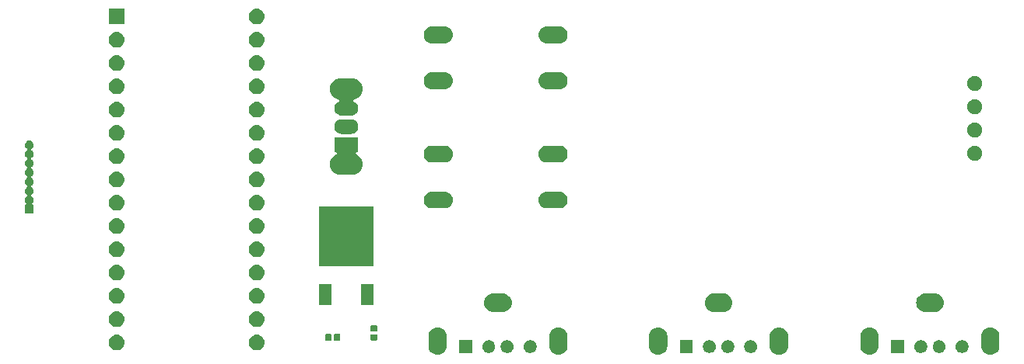
<source format=gbr>
G04 #@! TF.GenerationSoftware,KiCad,Pcbnew,5.1.1-8be2ce7~80~ubuntu16.04.1*
G04 #@! TF.CreationDate,2019-04-17T15:24:41+02:00*
G04 #@! TF.ProjectId,ConNano,436f6e4e-616e-46f2-9e6b-696361645f70,rev?*
G04 #@! TF.SameCoordinates,Original*
G04 #@! TF.FileFunction,Soldermask,Top*
G04 #@! TF.FilePolarity,Negative*
%FSLAX46Y46*%
G04 Gerber Fmt 4.6, Leading zero omitted, Abs format (unit mm)*
G04 Created by KiCad (PCBNEW 5.1.1-8be2ce7~80~ubuntu16.04.1) date 2019-04-17 15:24:41*
%MOMM*%
%LPD*%
G04 APERTURE LIST*
%ADD10C,0.100000*%
G04 APERTURE END LIST*
D10*
G36*
X80126228Y-90913483D02*
G01*
X80314922Y-90970723D01*
X80488815Y-91063671D01*
X80641239Y-91188761D01*
X80766329Y-91341185D01*
X80859277Y-91515078D01*
X80916517Y-91703772D01*
X80931000Y-91850825D01*
X80931000Y-92949175D01*
X80916517Y-93096228D01*
X80859277Y-93284922D01*
X80766329Y-93458815D01*
X80641239Y-93611239D01*
X80488815Y-93736329D01*
X80314921Y-93829277D01*
X80126227Y-93886517D01*
X79930000Y-93905843D01*
X79733772Y-93886517D01*
X79545078Y-93829277D01*
X79371185Y-93736329D01*
X79218761Y-93611239D01*
X79093671Y-93458815D01*
X79000723Y-93284921D01*
X78943483Y-93096227D01*
X78929000Y-92949174D01*
X78929000Y-91850825D01*
X78943483Y-91703769D01*
X79000722Y-91515081D01*
X79093672Y-91341185D01*
X79218762Y-91188761D01*
X79371186Y-91063671D01*
X79545079Y-90970723D01*
X79733773Y-90913483D01*
X79930000Y-90894157D01*
X80126228Y-90913483D01*
X80126228Y-90913483D01*
G37*
G36*
X93266227Y-90913483D02*
G01*
X93454921Y-90970723D01*
X93628815Y-91063671D01*
X93781239Y-91188761D01*
X93906329Y-91341185D01*
X93999277Y-91515078D01*
X94056517Y-91703772D01*
X94071000Y-91850825D01*
X94071000Y-92949175D01*
X94056517Y-93096228D01*
X93999277Y-93284922D01*
X93906329Y-93458815D01*
X93781239Y-93611239D01*
X93628815Y-93736329D01*
X93454922Y-93829277D01*
X93266228Y-93886517D01*
X93070000Y-93905843D01*
X92873773Y-93886517D01*
X92685079Y-93829277D01*
X92511186Y-93736329D01*
X92358762Y-93611239D01*
X92233672Y-93458815D01*
X92140722Y-93284919D01*
X92083483Y-93096231D01*
X92069000Y-92949175D01*
X92069000Y-91850826D01*
X92083483Y-91703773D01*
X92140723Y-91515079D01*
X92233671Y-91341185D01*
X92358761Y-91188761D01*
X92511185Y-91063671D01*
X92685078Y-90970723D01*
X92873772Y-90913483D01*
X93070000Y-90894157D01*
X93266227Y-90913483D01*
X93266227Y-90913483D01*
G37*
G36*
X127126228Y-90913483D02*
G01*
X127314922Y-90970723D01*
X127488815Y-91063671D01*
X127641239Y-91188761D01*
X127766329Y-91341185D01*
X127859277Y-91515078D01*
X127916517Y-91703772D01*
X127931000Y-91850825D01*
X127931000Y-92949175D01*
X127916517Y-93096228D01*
X127859277Y-93284922D01*
X127766329Y-93458815D01*
X127641239Y-93611239D01*
X127488815Y-93736329D01*
X127314921Y-93829277D01*
X127126227Y-93886517D01*
X126930000Y-93905843D01*
X126733772Y-93886517D01*
X126545078Y-93829277D01*
X126371185Y-93736329D01*
X126218761Y-93611239D01*
X126093671Y-93458815D01*
X126000723Y-93284921D01*
X125943483Y-93096227D01*
X125929000Y-92949174D01*
X125929000Y-91850825D01*
X125943483Y-91703769D01*
X126000722Y-91515081D01*
X126093672Y-91341185D01*
X126218762Y-91188761D01*
X126371186Y-91063671D01*
X126545079Y-90970723D01*
X126733773Y-90913483D01*
X126930000Y-90894157D01*
X127126228Y-90913483D01*
X127126228Y-90913483D01*
G37*
G36*
X140266227Y-90913483D02*
G01*
X140454921Y-90970723D01*
X140628815Y-91063671D01*
X140781239Y-91188761D01*
X140906329Y-91341185D01*
X140999277Y-91515078D01*
X141056517Y-91703772D01*
X141071000Y-91850825D01*
X141071000Y-92949175D01*
X141056517Y-93096228D01*
X140999277Y-93284922D01*
X140906329Y-93458815D01*
X140781239Y-93611239D01*
X140628815Y-93736329D01*
X140454922Y-93829277D01*
X140266228Y-93886517D01*
X140070000Y-93905843D01*
X139873773Y-93886517D01*
X139685079Y-93829277D01*
X139511186Y-93736329D01*
X139358762Y-93611239D01*
X139233672Y-93458815D01*
X139140722Y-93284919D01*
X139083483Y-93096231D01*
X139069000Y-92949175D01*
X139069000Y-91850826D01*
X139083483Y-91703773D01*
X139140723Y-91515079D01*
X139233671Y-91341185D01*
X139358761Y-91188761D01*
X139511185Y-91063671D01*
X139685078Y-90970723D01*
X139873772Y-90913483D01*
X140070000Y-90894157D01*
X140266227Y-90913483D01*
X140266227Y-90913483D01*
G37*
G36*
X117266227Y-90913483D02*
G01*
X117454921Y-90970723D01*
X117628815Y-91063671D01*
X117781239Y-91188761D01*
X117906329Y-91341185D01*
X117999277Y-91515078D01*
X118056517Y-91703772D01*
X118071000Y-91850825D01*
X118071000Y-92949175D01*
X118056517Y-93096228D01*
X117999277Y-93284922D01*
X117906329Y-93458815D01*
X117781239Y-93611239D01*
X117628815Y-93736329D01*
X117454922Y-93829277D01*
X117266228Y-93886517D01*
X117070000Y-93905843D01*
X116873773Y-93886517D01*
X116685079Y-93829277D01*
X116511186Y-93736329D01*
X116358762Y-93611239D01*
X116233672Y-93458815D01*
X116140722Y-93284919D01*
X116083483Y-93096231D01*
X116069000Y-92949175D01*
X116069000Y-91850826D01*
X116083483Y-91703773D01*
X116140723Y-91515079D01*
X116233671Y-91341185D01*
X116358761Y-91188761D01*
X116511185Y-91063671D01*
X116685078Y-90970723D01*
X116873772Y-90913483D01*
X117070000Y-90894157D01*
X117266227Y-90913483D01*
X117266227Y-90913483D01*
G37*
G36*
X104126228Y-90913483D02*
G01*
X104314922Y-90970723D01*
X104488815Y-91063671D01*
X104641239Y-91188761D01*
X104766329Y-91341185D01*
X104859277Y-91515078D01*
X104916517Y-91703772D01*
X104931000Y-91850825D01*
X104931000Y-92949175D01*
X104916517Y-93096228D01*
X104859277Y-93284922D01*
X104766329Y-93458815D01*
X104641239Y-93611239D01*
X104488815Y-93736329D01*
X104314921Y-93829277D01*
X104126227Y-93886517D01*
X103930000Y-93905843D01*
X103733772Y-93886517D01*
X103545078Y-93829277D01*
X103371185Y-93736329D01*
X103218761Y-93611239D01*
X103093671Y-93458815D01*
X103000723Y-93284921D01*
X102943483Y-93096227D01*
X102929000Y-92949174D01*
X102929000Y-91850825D01*
X102943483Y-91703769D01*
X103000722Y-91515081D01*
X103093672Y-91341185D01*
X103218762Y-91188761D01*
X103371186Y-91063671D01*
X103545079Y-90970723D01*
X103733773Y-90913483D01*
X103930000Y-90894157D01*
X104126228Y-90913483D01*
X104126228Y-90913483D01*
G37*
G36*
X90204473Y-92325938D02*
G01*
X90332049Y-92378782D01*
X90446859Y-92455495D01*
X90544505Y-92553141D01*
X90621218Y-92667951D01*
X90674062Y-92795527D01*
X90701000Y-92930956D01*
X90701000Y-93069044D01*
X90674062Y-93204473D01*
X90621218Y-93332049D01*
X90544505Y-93446859D01*
X90446859Y-93544505D01*
X90332049Y-93621218D01*
X90204473Y-93674062D01*
X90069044Y-93701000D01*
X89930956Y-93701000D01*
X89795527Y-93674062D01*
X89667951Y-93621218D01*
X89553141Y-93544505D01*
X89455495Y-93446859D01*
X89378782Y-93332049D01*
X89325938Y-93204473D01*
X89299000Y-93069044D01*
X89299000Y-92930956D01*
X89325938Y-92795527D01*
X89378782Y-92667951D01*
X89455495Y-92553141D01*
X89553141Y-92455495D01*
X89667951Y-92378782D01*
X89795527Y-92325938D01*
X89930956Y-92299000D01*
X90069044Y-92299000D01*
X90204473Y-92325938D01*
X90204473Y-92325938D01*
G37*
G36*
X87704473Y-92325938D02*
G01*
X87832049Y-92378782D01*
X87946859Y-92455495D01*
X88044505Y-92553141D01*
X88121218Y-92667951D01*
X88174062Y-92795527D01*
X88201000Y-92930956D01*
X88201000Y-93069044D01*
X88174062Y-93204473D01*
X88121218Y-93332049D01*
X88044505Y-93446859D01*
X87946859Y-93544505D01*
X87832049Y-93621218D01*
X87704473Y-93674062D01*
X87569044Y-93701000D01*
X87430956Y-93701000D01*
X87295527Y-93674062D01*
X87167951Y-93621218D01*
X87053141Y-93544505D01*
X86955495Y-93446859D01*
X86878782Y-93332049D01*
X86825938Y-93204473D01*
X86799000Y-93069044D01*
X86799000Y-92930956D01*
X86825938Y-92795527D01*
X86878782Y-92667951D01*
X86955495Y-92553141D01*
X87053141Y-92455495D01*
X87167951Y-92378782D01*
X87295527Y-92325938D01*
X87430956Y-92299000D01*
X87569044Y-92299000D01*
X87704473Y-92325938D01*
X87704473Y-92325938D01*
G37*
G36*
X83701000Y-93701000D02*
G01*
X82299000Y-93701000D01*
X82299000Y-92299000D01*
X83701000Y-92299000D01*
X83701000Y-93701000D01*
X83701000Y-93701000D01*
G37*
G36*
X130701000Y-93701000D02*
G01*
X129299000Y-93701000D01*
X129299000Y-92299000D01*
X130701000Y-92299000D01*
X130701000Y-93701000D01*
X130701000Y-93701000D01*
G37*
G36*
X132704473Y-92325938D02*
G01*
X132832049Y-92378782D01*
X132946859Y-92455495D01*
X133044505Y-92553141D01*
X133121218Y-92667951D01*
X133174062Y-92795527D01*
X133201000Y-92930956D01*
X133201000Y-93069044D01*
X133174062Y-93204473D01*
X133121218Y-93332049D01*
X133044505Y-93446859D01*
X132946859Y-93544505D01*
X132832049Y-93621218D01*
X132704473Y-93674062D01*
X132569044Y-93701000D01*
X132430956Y-93701000D01*
X132295527Y-93674062D01*
X132167951Y-93621218D01*
X132053141Y-93544505D01*
X131955495Y-93446859D01*
X131878782Y-93332049D01*
X131825938Y-93204473D01*
X131799000Y-93069044D01*
X131799000Y-92930956D01*
X131825938Y-92795527D01*
X131878782Y-92667951D01*
X131955495Y-92553141D01*
X132053141Y-92455495D01*
X132167951Y-92378782D01*
X132295527Y-92325938D01*
X132430956Y-92299000D01*
X132569044Y-92299000D01*
X132704473Y-92325938D01*
X132704473Y-92325938D01*
G37*
G36*
X134704473Y-92325938D02*
G01*
X134832049Y-92378782D01*
X134946859Y-92455495D01*
X135044505Y-92553141D01*
X135121218Y-92667951D01*
X135174062Y-92795527D01*
X135201000Y-92930956D01*
X135201000Y-93069044D01*
X135174062Y-93204473D01*
X135121218Y-93332049D01*
X135044505Y-93446859D01*
X134946859Y-93544505D01*
X134832049Y-93621218D01*
X134704473Y-93674062D01*
X134569044Y-93701000D01*
X134430956Y-93701000D01*
X134295527Y-93674062D01*
X134167951Y-93621218D01*
X134053141Y-93544505D01*
X133955495Y-93446859D01*
X133878782Y-93332049D01*
X133825938Y-93204473D01*
X133799000Y-93069044D01*
X133799000Y-92930956D01*
X133825938Y-92795527D01*
X133878782Y-92667951D01*
X133955495Y-92553141D01*
X134053141Y-92455495D01*
X134167951Y-92378782D01*
X134295527Y-92325938D01*
X134430956Y-92299000D01*
X134569044Y-92299000D01*
X134704473Y-92325938D01*
X134704473Y-92325938D01*
G37*
G36*
X137204473Y-92325938D02*
G01*
X137332049Y-92378782D01*
X137446859Y-92455495D01*
X137544505Y-92553141D01*
X137621218Y-92667951D01*
X137674062Y-92795527D01*
X137701000Y-92930956D01*
X137701000Y-93069044D01*
X137674062Y-93204473D01*
X137621218Y-93332049D01*
X137544505Y-93446859D01*
X137446859Y-93544505D01*
X137332049Y-93621218D01*
X137204473Y-93674062D01*
X137069044Y-93701000D01*
X136930956Y-93701000D01*
X136795527Y-93674062D01*
X136667951Y-93621218D01*
X136553141Y-93544505D01*
X136455495Y-93446859D01*
X136378782Y-93332049D01*
X136325938Y-93204473D01*
X136299000Y-93069044D01*
X136299000Y-92930956D01*
X136325938Y-92795527D01*
X136378782Y-92667951D01*
X136455495Y-92553141D01*
X136553141Y-92455495D01*
X136667951Y-92378782D01*
X136795527Y-92325938D01*
X136930956Y-92299000D01*
X137069044Y-92299000D01*
X137204473Y-92325938D01*
X137204473Y-92325938D01*
G37*
G36*
X107701000Y-93701000D02*
G01*
X106299000Y-93701000D01*
X106299000Y-92299000D01*
X107701000Y-92299000D01*
X107701000Y-93701000D01*
X107701000Y-93701000D01*
G37*
G36*
X109704473Y-92325938D02*
G01*
X109832049Y-92378782D01*
X109946859Y-92455495D01*
X110044505Y-92553141D01*
X110121218Y-92667951D01*
X110174062Y-92795527D01*
X110201000Y-92930956D01*
X110201000Y-93069044D01*
X110174062Y-93204473D01*
X110121218Y-93332049D01*
X110044505Y-93446859D01*
X109946859Y-93544505D01*
X109832049Y-93621218D01*
X109704473Y-93674062D01*
X109569044Y-93701000D01*
X109430956Y-93701000D01*
X109295527Y-93674062D01*
X109167951Y-93621218D01*
X109053141Y-93544505D01*
X108955495Y-93446859D01*
X108878782Y-93332049D01*
X108825938Y-93204473D01*
X108799000Y-93069044D01*
X108799000Y-92930956D01*
X108825938Y-92795527D01*
X108878782Y-92667951D01*
X108955495Y-92553141D01*
X109053141Y-92455495D01*
X109167951Y-92378782D01*
X109295527Y-92325938D01*
X109430956Y-92299000D01*
X109569044Y-92299000D01*
X109704473Y-92325938D01*
X109704473Y-92325938D01*
G37*
G36*
X111704473Y-92325938D02*
G01*
X111832049Y-92378782D01*
X111946859Y-92455495D01*
X112044505Y-92553141D01*
X112121218Y-92667951D01*
X112174062Y-92795527D01*
X112201000Y-92930956D01*
X112201000Y-93069044D01*
X112174062Y-93204473D01*
X112121218Y-93332049D01*
X112044505Y-93446859D01*
X111946859Y-93544505D01*
X111832049Y-93621218D01*
X111704473Y-93674062D01*
X111569044Y-93701000D01*
X111430956Y-93701000D01*
X111295527Y-93674062D01*
X111167951Y-93621218D01*
X111053141Y-93544505D01*
X110955495Y-93446859D01*
X110878782Y-93332049D01*
X110825938Y-93204473D01*
X110799000Y-93069044D01*
X110799000Y-92930956D01*
X110825938Y-92795527D01*
X110878782Y-92667951D01*
X110955495Y-92553141D01*
X111053141Y-92455495D01*
X111167951Y-92378782D01*
X111295527Y-92325938D01*
X111430956Y-92299000D01*
X111569044Y-92299000D01*
X111704473Y-92325938D01*
X111704473Y-92325938D01*
G37*
G36*
X114204473Y-92325938D02*
G01*
X114332049Y-92378782D01*
X114446859Y-92455495D01*
X114544505Y-92553141D01*
X114621218Y-92667951D01*
X114674062Y-92795527D01*
X114701000Y-92930956D01*
X114701000Y-93069044D01*
X114674062Y-93204473D01*
X114621218Y-93332049D01*
X114544505Y-93446859D01*
X114446859Y-93544505D01*
X114332049Y-93621218D01*
X114204473Y-93674062D01*
X114069044Y-93701000D01*
X113930956Y-93701000D01*
X113795527Y-93674062D01*
X113667951Y-93621218D01*
X113553141Y-93544505D01*
X113455495Y-93446859D01*
X113378782Y-93332049D01*
X113325938Y-93204473D01*
X113299000Y-93069044D01*
X113299000Y-92930956D01*
X113325938Y-92795527D01*
X113378782Y-92667951D01*
X113455495Y-92553141D01*
X113553141Y-92455495D01*
X113667951Y-92378782D01*
X113795527Y-92325938D01*
X113930956Y-92299000D01*
X114069044Y-92299000D01*
X114204473Y-92325938D01*
X114204473Y-92325938D01*
G37*
G36*
X85704473Y-92325938D02*
G01*
X85832049Y-92378782D01*
X85946859Y-92455495D01*
X86044505Y-92553141D01*
X86121218Y-92667951D01*
X86174062Y-92795527D01*
X86201000Y-92930956D01*
X86201000Y-93069044D01*
X86174062Y-93204473D01*
X86121218Y-93332049D01*
X86044505Y-93446859D01*
X85946859Y-93544505D01*
X85832049Y-93621218D01*
X85704473Y-93674062D01*
X85569044Y-93701000D01*
X85430956Y-93701000D01*
X85295527Y-93674062D01*
X85167951Y-93621218D01*
X85053141Y-93544505D01*
X84955495Y-93446859D01*
X84878782Y-93332049D01*
X84825938Y-93204473D01*
X84799000Y-93069044D01*
X84799000Y-92930956D01*
X84825938Y-92795527D01*
X84878782Y-92667951D01*
X84955495Y-92553141D01*
X85053141Y-92455495D01*
X85167951Y-92378782D01*
X85295527Y-92325938D01*
X85430956Y-92299000D01*
X85569044Y-92299000D01*
X85704473Y-92325938D01*
X85704473Y-92325938D01*
G37*
G36*
X45166823Y-91721313D02*
G01*
X45327242Y-91769976D01*
X45433926Y-91827000D01*
X45475078Y-91848996D01*
X45604659Y-91955341D01*
X45711004Y-92084922D01*
X45711005Y-92084924D01*
X45790024Y-92232758D01*
X45838687Y-92393177D01*
X45855117Y-92560000D01*
X45838687Y-92726823D01*
X45790024Y-92887242D01*
X45756920Y-92949175D01*
X45711004Y-93035078D01*
X45604659Y-93164659D01*
X45475078Y-93271004D01*
X45475076Y-93271005D01*
X45327242Y-93350024D01*
X45166823Y-93398687D01*
X45041804Y-93411000D01*
X44958196Y-93411000D01*
X44833177Y-93398687D01*
X44672758Y-93350024D01*
X44524924Y-93271005D01*
X44524922Y-93271004D01*
X44395341Y-93164659D01*
X44288996Y-93035078D01*
X44243080Y-92949175D01*
X44209976Y-92887242D01*
X44161313Y-92726823D01*
X44144883Y-92560000D01*
X44161313Y-92393177D01*
X44209976Y-92232758D01*
X44288995Y-92084924D01*
X44288996Y-92084922D01*
X44395341Y-91955341D01*
X44524922Y-91848996D01*
X44566074Y-91827000D01*
X44672758Y-91769976D01*
X44833177Y-91721313D01*
X44958196Y-91709000D01*
X45041804Y-91709000D01*
X45166823Y-91721313D01*
X45166823Y-91721313D01*
G37*
G36*
X60406823Y-91721313D02*
G01*
X60567242Y-91769976D01*
X60673926Y-91827000D01*
X60715078Y-91848996D01*
X60844659Y-91955341D01*
X60951004Y-92084922D01*
X60951005Y-92084924D01*
X61030024Y-92232758D01*
X61078687Y-92393177D01*
X61095117Y-92560000D01*
X61078687Y-92726823D01*
X61030024Y-92887242D01*
X60996920Y-92949175D01*
X60951004Y-93035078D01*
X60844659Y-93164659D01*
X60715078Y-93271004D01*
X60715076Y-93271005D01*
X60567242Y-93350024D01*
X60406823Y-93398687D01*
X60281804Y-93411000D01*
X60198196Y-93411000D01*
X60073177Y-93398687D01*
X59912758Y-93350024D01*
X59764924Y-93271005D01*
X59764922Y-93271004D01*
X59635341Y-93164659D01*
X59528996Y-93035078D01*
X59483080Y-92949175D01*
X59449976Y-92887242D01*
X59401313Y-92726823D01*
X59384883Y-92560000D01*
X59401313Y-92393177D01*
X59449976Y-92232758D01*
X59528995Y-92084924D01*
X59528996Y-92084922D01*
X59635341Y-91955341D01*
X59764922Y-91848996D01*
X59806074Y-91827000D01*
X59912758Y-91769976D01*
X60073177Y-91721313D01*
X60198196Y-91709000D01*
X60281804Y-91709000D01*
X60406823Y-91721313D01*
X60406823Y-91721313D01*
G37*
G36*
X69256938Y-91631716D02*
G01*
X69277557Y-91637971D01*
X69296553Y-91648124D01*
X69313208Y-91661792D01*
X69326876Y-91678447D01*
X69337029Y-91697443D01*
X69343284Y-91718062D01*
X69346000Y-91745640D01*
X69346000Y-92254360D01*
X69343284Y-92281938D01*
X69337029Y-92302557D01*
X69326876Y-92321553D01*
X69313208Y-92338208D01*
X69296553Y-92351876D01*
X69277557Y-92362029D01*
X69256938Y-92368284D01*
X69229360Y-92371000D01*
X68770640Y-92371000D01*
X68743062Y-92368284D01*
X68722443Y-92362029D01*
X68703447Y-92351876D01*
X68686792Y-92338208D01*
X68673124Y-92321553D01*
X68662971Y-92302557D01*
X68656716Y-92281938D01*
X68654000Y-92254360D01*
X68654000Y-91745640D01*
X68656716Y-91718062D01*
X68662971Y-91697443D01*
X68673124Y-91678447D01*
X68686792Y-91661792D01*
X68703447Y-91648124D01*
X68722443Y-91637971D01*
X68743062Y-91631716D01*
X68770640Y-91629000D01*
X69229360Y-91629000D01*
X69256938Y-91631716D01*
X69256938Y-91631716D01*
G37*
G36*
X68286938Y-91631716D02*
G01*
X68307557Y-91637971D01*
X68326553Y-91648124D01*
X68343208Y-91661792D01*
X68356876Y-91678447D01*
X68367029Y-91697443D01*
X68373284Y-91718062D01*
X68376000Y-91745640D01*
X68376000Y-92254360D01*
X68373284Y-92281938D01*
X68367029Y-92302557D01*
X68356876Y-92321553D01*
X68343208Y-92338208D01*
X68326553Y-92351876D01*
X68307557Y-92362029D01*
X68286938Y-92368284D01*
X68259360Y-92371000D01*
X67800640Y-92371000D01*
X67773062Y-92368284D01*
X67752443Y-92362029D01*
X67733447Y-92351876D01*
X67716792Y-92338208D01*
X67703124Y-92321553D01*
X67692971Y-92302557D01*
X67686716Y-92281938D01*
X67684000Y-92254360D01*
X67684000Y-91745640D01*
X67686716Y-91718062D01*
X67692971Y-91697443D01*
X67703124Y-91678447D01*
X67716792Y-91661792D01*
X67733447Y-91648124D01*
X67752443Y-91637971D01*
X67773062Y-91631716D01*
X67800640Y-91629000D01*
X68259360Y-91629000D01*
X68286938Y-91631716D01*
X68286938Y-91631716D01*
G37*
G36*
X73281938Y-91656716D02*
G01*
X73302557Y-91662971D01*
X73321553Y-91673124D01*
X73338208Y-91686792D01*
X73351876Y-91703447D01*
X73362029Y-91722443D01*
X73368284Y-91743062D01*
X73371000Y-91770640D01*
X73371000Y-92229360D01*
X73368284Y-92256938D01*
X73362029Y-92277557D01*
X73351876Y-92296553D01*
X73338208Y-92313208D01*
X73321553Y-92326876D01*
X73302557Y-92337029D01*
X73281938Y-92343284D01*
X73254360Y-92346000D01*
X72745640Y-92346000D01*
X72718062Y-92343284D01*
X72697443Y-92337029D01*
X72678447Y-92326876D01*
X72661792Y-92313208D01*
X72648124Y-92296553D01*
X72637971Y-92277557D01*
X72631716Y-92256938D01*
X72629000Y-92229360D01*
X72629000Y-91770640D01*
X72631716Y-91743062D01*
X72637971Y-91722443D01*
X72648124Y-91703447D01*
X72661792Y-91686792D01*
X72678447Y-91673124D01*
X72697443Y-91662971D01*
X72718062Y-91656716D01*
X72745640Y-91654000D01*
X73254360Y-91654000D01*
X73281938Y-91656716D01*
X73281938Y-91656716D01*
G37*
G36*
X73281938Y-90686716D02*
G01*
X73302557Y-90692971D01*
X73321553Y-90703124D01*
X73338208Y-90716792D01*
X73351876Y-90733447D01*
X73362029Y-90752443D01*
X73368284Y-90773062D01*
X73371000Y-90800640D01*
X73371000Y-91259360D01*
X73368284Y-91286938D01*
X73362029Y-91307557D01*
X73351876Y-91326553D01*
X73338208Y-91343208D01*
X73321553Y-91356876D01*
X73302557Y-91367029D01*
X73281938Y-91373284D01*
X73254360Y-91376000D01*
X72745640Y-91376000D01*
X72718062Y-91373284D01*
X72697443Y-91367029D01*
X72678447Y-91356876D01*
X72661792Y-91343208D01*
X72648124Y-91326553D01*
X72637971Y-91307557D01*
X72631716Y-91286938D01*
X72629000Y-91259360D01*
X72629000Y-90800640D01*
X72631716Y-90773062D01*
X72637971Y-90752443D01*
X72648124Y-90733447D01*
X72661792Y-90716792D01*
X72678447Y-90703124D01*
X72697443Y-90692971D01*
X72718062Y-90686716D01*
X72745640Y-90684000D01*
X73254360Y-90684000D01*
X73281938Y-90686716D01*
X73281938Y-90686716D01*
G37*
G36*
X45166823Y-89181313D02*
G01*
X45327242Y-89229976D01*
X45459906Y-89300886D01*
X45475078Y-89308996D01*
X45604659Y-89415341D01*
X45711004Y-89544922D01*
X45711005Y-89544924D01*
X45790024Y-89692758D01*
X45838687Y-89853177D01*
X45855117Y-90020000D01*
X45838687Y-90186823D01*
X45790024Y-90347242D01*
X45719114Y-90479906D01*
X45711004Y-90495078D01*
X45604659Y-90624659D01*
X45475078Y-90731004D01*
X45475076Y-90731005D01*
X45327242Y-90810024D01*
X45166823Y-90858687D01*
X45041804Y-90871000D01*
X44958196Y-90871000D01*
X44833177Y-90858687D01*
X44672758Y-90810024D01*
X44524924Y-90731005D01*
X44524922Y-90731004D01*
X44395341Y-90624659D01*
X44288996Y-90495078D01*
X44280886Y-90479906D01*
X44209976Y-90347242D01*
X44161313Y-90186823D01*
X44144883Y-90020000D01*
X44161313Y-89853177D01*
X44209976Y-89692758D01*
X44288995Y-89544924D01*
X44288996Y-89544922D01*
X44395341Y-89415341D01*
X44524922Y-89308996D01*
X44540094Y-89300886D01*
X44672758Y-89229976D01*
X44833177Y-89181313D01*
X44958196Y-89169000D01*
X45041804Y-89169000D01*
X45166823Y-89181313D01*
X45166823Y-89181313D01*
G37*
G36*
X60406823Y-89181313D02*
G01*
X60567242Y-89229976D01*
X60699906Y-89300886D01*
X60715078Y-89308996D01*
X60844659Y-89415341D01*
X60951004Y-89544922D01*
X60951005Y-89544924D01*
X61030024Y-89692758D01*
X61078687Y-89853177D01*
X61095117Y-90020000D01*
X61078687Y-90186823D01*
X61030024Y-90347242D01*
X60959114Y-90479906D01*
X60951004Y-90495078D01*
X60844659Y-90624659D01*
X60715078Y-90731004D01*
X60715076Y-90731005D01*
X60567242Y-90810024D01*
X60406823Y-90858687D01*
X60281804Y-90871000D01*
X60198196Y-90871000D01*
X60073177Y-90858687D01*
X59912758Y-90810024D01*
X59764924Y-90731005D01*
X59764922Y-90731004D01*
X59635341Y-90624659D01*
X59528996Y-90495078D01*
X59520886Y-90479906D01*
X59449976Y-90347242D01*
X59401313Y-90186823D01*
X59384883Y-90020000D01*
X59401313Y-89853177D01*
X59449976Y-89692758D01*
X59528995Y-89544924D01*
X59528996Y-89544922D01*
X59635341Y-89415341D01*
X59764922Y-89308996D01*
X59780094Y-89300886D01*
X59912758Y-89229976D01*
X60073177Y-89181313D01*
X60198196Y-89169000D01*
X60281804Y-89169000D01*
X60406823Y-89181313D01*
X60406823Y-89181313D01*
G37*
G36*
X87196228Y-87233483D02*
G01*
X87384922Y-87290723D01*
X87558815Y-87383671D01*
X87711239Y-87508761D01*
X87836329Y-87661185D01*
X87929277Y-87835078D01*
X87986517Y-88023772D01*
X88005843Y-88220000D01*
X87986517Y-88416228D01*
X87929277Y-88604922D01*
X87836329Y-88778815D01*
X87711239Y-88931239D01*
X87558815Y-89056329D01*
X87384922Y-89149277D01*
X87196228Y-89206517D01*
X87049175Y-89221000D01*
X85950825Y-89221000D01*
X85803772Y-89206517D01*
X85615078Y-89149277D01*
X85441185Y-89056329D01*
X85288761Y-88931239D01*
X85163671Y-88778815D01*
X85070723Y-88604922D01*
X85013483Y-88416228D01*
X84994157Y-88220000D01*
X85013483Y-88023772D01*
X85070723Y-87835078D01*
X85163671Y-87661185D01*
X85288761Y-87508761D01*
X85441185Y-87383671D01*
X85615078Y-87290723D01*
X85803772Y-87233483D01*
X85950825Y-87219000D01*
X87049175Y-87219000D01*
X87196228Y-87233483D01*
X87196228Y-87233483D01*
G37*
G36*
X111196228Y-87233483D02*
G01*
X111384922Y-87290723D01*
X111558815Y-87383671D01*
X111711239Y-87508761D01*
X111836329Y-87661185D01*
X111929277Y-87835078D01*
X111986517Y-88023772D01*
X112005843Y-88220000D01*
X111986517Y-88416228D01*
X111929277Y-88604922D01*
X111836329Y-88778815D01*
X111711239Y-88931239D01*
X111558815Y-89056329D01*
X111384922Y-89149277D01*
X111196228Y-89206517D01*
X111049175Y-89221000D01*
X109950825Y-89221000D01*
X109803772Y-89206517D01*
X109615078Y-89149277D01*
X109441185Y-89056329D01*
X109288761Y-88931239D01*
X109163671Y-88778815D01*
X109070723Y-88604922D01*
X109013483Y-88416228D01*
X108994157Y-88220000D01*
X109013483Y-88023772D01*
X109070723Y-87835078D01*
X109163671Y-87661185D01*
X109288761Y-87508761D01*
X109441185Y-87383671D01*
X109615078Y-87290723D01*
X109803772Y-87233483D01*
X109950825Y-87219000D01*
X111049175Y-87219000D01*
X111196228Y-87233483D01*
X111196228Y-87233483D01*
G37*
G36*
X134196228Y-87233483D02*
G01*
X134384922Y-87290723D01*
X134558815Y-87383671D01*
X134711239Y-87508761D01*
X134836329Y-87661185D01*
X134929277Y-87835078D01*
X134986517Y-88023772D01*
X135005843Y-88220000D01*
X134986517Y-88416228D01*
X134929277Y-88604922D01*
X134836329Y-88778815D01*
X134711239Y-88931239D01*
X134558815Y-89056329D01*
X134384922Y-89149277D01*
X134196228Y-89206517D01*
X134049175Y-89221000D01*
X132950825Y-89221000D01*
X132803772Y-89206517D01*
X132615078Y-89149277D01*
X132441185Y-89056329D01*
X132288761Y-88931239D01*
X132163671Y-88778815D01*
X132070723Y-88604922D01*
X132013483Y-88416228D01*
X131994157Y-88220000D01*
X132013483Y-88023772D01*
X132070723Y-87835078D01*
X132163671Y-87661185D01*
X132288761Y-87508761D01*
X132441185Y-87383671D01*
X132615078Y-87290723D01*
X132803772Y-87233483D01*
X132950825Y-87219000D01*
X134049175Y-87219000D01*
X134196228Y-87233483D01*
X134196228Y-87233483D01*
G37*
G36*
X72931000Y-88451000D02*
G01*
X71629000Y-88451000D01*
X71629000Y-86149000D01*
X72931000Y-86149000D01*
X72931000Y-88451000D01*
X72931000Y-88451000D01*
G37*
G36*
X68371000Y-88451000D02*
G01*
X67069000Y-88451000D01*
X67069000Y-86149000D01*
X68371000Y-86149000D01*
X68371000Y-88451000D01*
X68371000Y-88451000D01*
G37*
G36*
X60406823Y-86641313D02*
G01*
X60567242Y-86689976D01*
X60699906Y-86760886D01*
X60715078Y-86768996D01*
X60844659Y-86875341D01*
X60951004Y-87004922D01*
X60951005Y-87004924D01*
X61030024Y-87152758D01*
X61078687Y-87313177D01*
X61095117Y-87480000D01*
X61078687Y-87646823D01*
X61030024Y-87807242D01*
X60959114Y-87939906D01*
X60951004Y-87955078D01*
X60844659Y-88084659D01*
X60715078Y-88191004D01*
X60715076Y-88191005D01*
X60567242Y-88270024D01*
X60406823Y-88318687D01*
X60281804Y-88331000D01*
X60198196Y-88331000D01*
X60073177Y-88318687D01*
X59912758Y-88270024D01*
X59764924Y-88191005D01*
X59764922Y-88191004D01*
X59635341Y-88084659D01*
X59528996Y-87955078D01*
X59520886Y-87939906D01*
X59449976Y-87807242D01*
X59401313Y-87646823D01*
X59384883Y-87480000D01*
X59401313Y-87313177D01*
X59449976Y-87152758D01*
X59528995Y-87004924D01*
X59528996Y-87004922D01*
X59635341Y-86875341D01*
X59764922Y-86768996D01*
X59780094Y-86760886D01*
X59912758Y-86689976D01*
X60073177Y-86641313D01*
X60198196Y-86629000D01*
X60281804Y-86629000D01*
X60406823Y-86641313D01*
X60406823Y-86641313D01*
G37*
G36*
X45166823Y-86641313D02*
G01*
X45327242Y-86689976D01*
X45459906Y-86760886D01*
X45475078Y-86768996D01*
X45604659Y-86875341D01*
X45711004Y-87004922D01*
X45711005Y-87004924D01*
X45790024Y-87152758D01*
X45838687Y-87313177D01*
X45855117Y-87480000D01*
X45838687Y-87646823D01*
X45790024Y-87807242D01*
X45719114Y-87939906D01*
X45711004Y-87955078D01*
X45604659Y-88084659D01*
X45475078Y-88191004D01*
X45475076Y-88191005D01*
X45327242Y-88270024D01*
X45166823Y-88318687D01*
X45041804Y-88331000D01*
X44958196Y-88331000D01*
X44833177Y-88318687D01*
X44672758Y-88270024D01*
X44524924Y-88191005D01*
X44524922Y-88191004D01*
X44395341Y-88084659D01*
X44288996Y-87955078D01*
X44280886Y-87939906D01*
X44209976Y-87807242D01*
X44161313Y-87646823D01*
X44144883Y-87480000D01*
X44161313Y-87313177D01*
X44209976Y-87152758D01*
X44288995Y-87004924D01*
X44288996Y-87004922D01*
X44395341Y-86875341D01*
X44524922Y-86768996D01*
X44540094Y-86760886D01*
X44672758Y-86689976D01*
X44833177Y-86641313D01*
X44958196Y-86629000D01*
X45041804Y-86629000D01*
X45166823Y-86641313D01*
X45166823Y-86641313D01*
G37*
G36*
X60406823Y-84101313D02*
G01*
X60567242Y-84149976D01*
X60699906Y-84220886D01*
X60715078Y-84228996D01*
X60844659Y-84335341D01*
X60951004Y-84464922D01*
X60951005Y-84464924D01*
X61030024Y-84612758D01*
X61078687Y-84773177D01*
X61095117Y-84940000D01*
X61078687Y-85106823D01*
X61030024Y-85267242D01*
X60959114Y-85399906D01*
X60951004Y-85415078D01*
X60844659Y-85544659D01*
X60715078Y-85651004D01*
X60715076Y-85651005D01*
X60567242Y-85730024D01*
X60406823Y-85778687D01*
X60281804Y-85791000D01*
X60198196Y-85791000D01*
X60073177Y-85778687D01*
X59912758Y-85730024D01*
X59764924Y-85651005D01*
X59764922Y-85651004D01*
X59635341Y-85544659D01*
X59528996Y-85415078D01*
X59520886Y-85399906D01*
X59449976Y-85267242D01*
X59401313Y-85106823D01*
X59384883Y-84940000D01*
X59401313Y-84773177D01*
X59449976Y-84612758D01*
X59528995Y-84464924D01*
X59528996Y-84464922D01*
X59635341Y-84335341D01*
X59764922Y-84228996D01*
X59780094Y-84220886D01*
X59912758Y-84149976D01*
X60073177Y-84101313D01*
X60198196Y-84089000D01*
X60281804Y-84089000D01*
X60406823Y-84101313D01*
X60406823Y-84101313D01*
G37*
G36*
X45166823Y-84101313D02*
G01*
X45327242Y-84149976D01*
X45459906Y-84220886D01*
X45475078Y-84228996D01*
X45604659Y-84335341D01*
X45711004Y-84464922D01*
X45711005Y-84464924D01*
X45790024Y-84612758D01*
X45838687Y-84773177D01*
X45855117Y-84940000D01*
X45838687Y-85106823D01*
X45790024Y-85267242D01*
X45719114Y-85399906D01*
X45711004Y-85415078D01*
X45604659Y-85544659D01*
X45475078Y-85651004D01*
X45475076Y-85651005D01*
X45327242Y-85730024D01*
X45166823Y-85778687D01*
X45041804Y-85791000D01*
X44958196Y-85791000D01*
X44833177Y-85778687D01*
X44672758Y-85730024D01*
X44524924Y-85651005D01*
X44524922Y-85651004D01*
X44395341Y-85544659D01*
X44288996Y-85415078D01*
X44280886Y-85399906D01*
X44209976Y-85267242D01*
X44161313Y-85106823D01*
X44144883Y-84940000D01*
X44161313Y-84773177D01*
X44209976Y-84612758D01*
X44288995Y-84464924D01*
X44288996Y-84464922D01*
X44395341Y-84335341D01*
X44524922Y-84228996D01*
X44540094Y-84220886D01*
X44672758Y-84149976D01*
X44833177Y-84101313D01*
X44958196Y-84089000D01*
X45041804Y-84089000D01*
X45166823Y-84101313D01*
X45166823Y-84101313D01*
G37*
G36*
X72951000Y-84251000D02*
G01*
X67049000Y-84251000D01*
X67049000Y-77749000D01*
X72951000Y-77749000D01*
X72951000Y-84251000D01*
X72951000Y-84251000D01*
G37*
G36*
X60406823Y-81561313D02*
G01*
X60567242Y-81609976D01*
X60699906Y-81680886D01*
X60715078Y-81688996D01*
X60844659Y-81795341D01*
X60951004Y-81924922D01*
X60951005Y-81924924D01*
X61030024Y-82072758D01*
X61078687Y-82233177D01*
X61095117Y-82400000D01*
X61078687Y-82566823D01*
X61030024Y-82727242D01*
X60959114Y-82859906D01*
X60951004Y-82875078D01*
X60844659Y-83004659D01*
X60715078Y-83111004D01*
X60715076Y-83111005D01*
X60567242Y-83190024D01*
X60406823Y-83238687D01*
X60281804Y-83251000D01*
X60198196Y-83251000D01*
X60073177Y-83238687D01*
X59912758Y-83190024D01*
X59764924Y-83111005D01*
X59764922Y-83111004D01*
X59635341Y-83004659D01*
X59528996Y-82875078D01*
X59520886Y-82859906D01*
X59449976Y-82727242D01*
X59401313Y-82566823D01*
X59384883Y-82400000D01*
X59401313Y-82233177D01*
X59449976Y-82072758D01*
X59528995Y-81924924D01*
X59528996Y-81924922D01*
X59635341Y-81795341D01*
X59764922Y-81688996D01*
X59780094Y-81680886D01*
X59912758Y-81609976D01*
X60073177Y-81561313D01*
X60198196Y-81549000D01*
X60281804Y-81549000D01*
X60406823Y-81561313D01*
X60406823Y-81561313D01*
G37*
G36*
X45166823Y-81561313D02*
G01*
X45327242Y-81609976D01*
X45459906Y-81680886D01*
X45475078Y-81688996D01*
X45604659Y-81795341D01*
X45711004Y-81924922D01*
X45711005Y-81924924D01*
X45790024Y-82072758D01*
X45838687Y-82233177D01*
X45855117Y-82400000D01*
X45838687Y-82566823D01*
X45790024Y-82727242D01*
X45719114Y-82859906D01*
X45711004Y-82875078D01*
X45604659Y-83004659D01*
X45475078Y-83111004D01*
X45475076Y-83111005D01*
X45327242Y-83190024D01*
X45166823Y-83238687D01*
X45041804Y-83251000D01*
X44958196Y-83251000D01*
X44833177Y-83238687D01*
X44672758Y-83190024D01*
X44524924Y-83111005D01*
X44524922Y-83111004D01*
X44395341Y-83004659D01*
X44288996Y-82875078D01*
X44280886Y-82859906D01*
X44209976Y-82727242D01*
X44161313Y-82566823D01*
X44144883Y-82400000D01*
X44161313Y-82233177D01*
X44209976Y-82072758D01*
X44288995Y-81924924D01*
X44288996Y-81924922D01*
X44395341Y-81795341D01*
X44524922Y-81688996D01*
X44540094Y-81680886D01*
X44672758Y-81609976D01*
X44833177Y-81561313D01*
X44958196Y-81549000D01*
X45041804Y-81549000D01*
X45166823Y-81561313D01*
X45166823Y-81561313D01*
G37*
G36*
X60406823Y-79021313D02*
G01*
X60567242Y-79069976D01*
X60699906Y-79140886D01*
X60715078Y-79148996D01*
X60844659Y-79255341D01*
X60951004Y-79384922D01*
X60951005Y-79384924D01*
X61030024Y-79532758D01*
X61078687Y-79693177D01*
X61095117Y-79860000D01*
X61078687Y-80026823D01*
X61030024Y-80187242D01*
X60959114Y-80319906D01*
X60951004Y-80335078D01*
X60844659Y-80464659D01*
X60715078Y-80571004D01*
X60715076Y-80571005D01*
X60567242Y-80650024D01*
X60406823Y-80698687D01*
X60281804Y-80711000D01*
X60198196Y-80711000D01*
X60073177Y-80698687D01*
X59912758Y-80650024D01*
X59764924Y-80571005D01*
X59764922Y-80571004D01*
X59635341Y-80464659D01*
X59528996Y-80335078D01*
X59520886Y-80319906D01*
X59449976Y-80187242D01*
X59401313Y-80026823D01*
X59384883Y-79860000D01*
X59401313Y-79693177D01*
X59449976Y-79532758D01*
X59528995Y-79384924D01*
X59528996Y-79384922D01*
X59635341Y-79255341D01*
X59764922Y-79148996D01*
X59780094Y-79140886D01*
X59912758Y-79069976D01*
X60073177Y-79021313D01*
X60198196Y-79009000D01*
X60281804Y-79009000D01*
X60406823Y-79021313D01*
X60406823Y-79021313D01*
G37*
G36*
X45166823Y-79021313D02*
G01*
X45327242Y-79069976D01*
X45459906Y-79140886D01*
X45475078Y-79148996D01*
X45604659Y-79255341D01*
X45711004Y-79384922D01*
X45711005Y-79384924D01*
X45790024Y-79532758D01*
X45838687Y-79693177D01*
X45855117Y-79860000D01*
X45838687Y-80026823D01*
X45790024Y-80187242D01*
X45719114Y-80319906D01*
X45711004Y-80335078D01*
X45604659Y-80464659D01*
X45475078Y-80571004D01*
X45475076Y-80571005D01*
X45327242Y-80650024D01*
X45166823Y-80698687D01*
X45041804Y-80711000D01*
X44958196Y-80711000D01*
X44833177Y-80698687D01*
X44672758Y-80650024D01*
X44524924Y-80571005D01*
X44524922Y-80571004D01*
X44395341Y-80464659D01*
X44288996Y-80335078D01*
X44280886Y-80319906D01*
X44209976Y-80187242D01*
X44161313Y-80026823D01*
X44144883Y-79860000D01*
X44161313Y-79693177D01*
X44209976Y-79532758D01*
X44288995Y-79384924D01*
X44288996Y-79384922D01*
X44395341Y-79255341D01*
X44524922Y-79148996D01*
X44540094Y-79140886D01*
X44672758Y-79069976D01*
X44833177Y-79021313D01*
X44958196Y-79009000D01*
X45041804Y-79009000D01*
X45166823Y-79021313D01*
X45166823Y-79021313D01*
G37*
G36*
X35593312Y-70530887D02*
G01*
X35683039Y-70558106D01*
X35765731Y-70602306D01*
X35838211Y-70661789D01*
X35897694Y-70734269D01*
X35941894Y-70816961D01*
X35969113Y-70906688D01*
X35978303Y-71000000D01*
X35969113Y-71093312D01*
X35941894Y-71183039D01*
X35897694Y-71265731D01*
X35838211Y-71338211D01*
X35765731Y-71397694D01*
X35765726Y-71397697D01*
X35758808Y-71403374D01*
X35741481Y-71420701D01*
X35727867Y-71441075D01*
X35718490Y-71463714D01*
X35713709Y-71487747D01*
X35713709Y-71512251D01*
X35718489Y-71536285D01*
X35727866Y-71558924D01*
X35741480Y-71579298D01*
X35758808Y-71596626D01*
X35765726Y-71602303D01*
X35765731Y-71602306D01*
X35838211Y-71661789D01*
X35897694Y-71734269D01*
X35941894Y-71816961D01*
X35969113Y-71906688D01*
X35978303Y-72000000D01*
X35969113Y-72093312D01*
X35941894Y-72183039D01*
X35897694Y-72265731D01*
X35838211Y-72338211D01*
X35765731Y-72397694D01*
X35765726Y-72397697D01*
X35758808Y-72403374D01*
X35741481Y-72420701D01*
X35727867Y-72441075D01*
X35718490Y-72463714D01*
X35713709Y-72487747D01*
X35713709Y-72512251D01*
X35718489Y-72536285D01*
X35727866Y-72558924D01*
X35741480Y-72579298D01*
X35758808Y-72596626D01*
X35765726Y-72602303D01*
X35765731Y-72602306D01*
X35838211Y-72661789D01*
X35897694Y-72734269D01*
X35941894Y-72816961D01*
X35969113Y-72906688D01*
X35978303Y-73000000D01*
X35969113Y-73093312D01*
X35941894Y-73183039D01*
X35897694Y-73265731D01*
X35838211Y-73338211D01*
X35765731Y-73397694D01*
X35765726Y-73397697D01*
X35758808Y-73403374D01*
X35741481Y-73420701D01*
X35727867Y-73441075D01*
X35718490Y-73463714D01*
X35713709Y-73487747D01*
X35713709Y-73512251D01*
X35718489Y-73536285D01*
X35727866Y-73558924D01*
X35741480Y-73579298D01*
X35758808Y-73596626D01*
X35765726Y-73602303D01*
X35765731Y-73602306D01*
X35838211Y-73661789D01*
X35897694Y-73734269D01*
X35941894Y-73816961D01*
X35969113Y-73906688D01*
X35978303Y-74000000D01*
X35969113Y-74093312D01*
X35941894Y-74183039D01*
X35897694Y-74265731D01*
X35838211Y-74338211D01*
X35765731Y-74397694D01*
X35765726Y-74397697D01*
X35758808Y-74403374D01*
X35741481Y-74420701D01*
X35727867Y-74441075D01*
X35718490Y-74463714D01*
X35713709Y-74487747D01*
X35713709Y-74512251D01*
X35718489Y-74536285D01*
X35727866Y-74558924D01*
X35741480Y-74579298D01*
X35758808Y-74596626D01*
X35765726Y-74602303D01*
X35765731Y-74602306D01*
X35838211Y-74661789D01*
X35897694Y-74734269D01*
X35941894Y-74816961D01*
X35969113Y-74906688D01*
X35978303Y-75000000D01*
X35969113Y-75093312D01*
X35941894Y-75183039D01*
X35897694Y-75265731D01*
X35838211Y-75338211D01*
X35765731Y-75397694D01*
X35765726Y-75397697D01*
X35758808Y-75403374D01*
X35741481Y-75420701D01*
X35727867Y-75441075D01*
X35718490Y-75463714D01*
X35713709Y-75487747D01*
X35713709Y-75512251D01*
X35718489Y-75536285D01*
X35727866Y-75558924D01*
X35741480Y-75579298D01*
X35758808Y-75596626D01*
X35765726Y-75602303D01*
X35765731Y-75602306D01*
X35838211Y-75661789D01*
X35897694Y-75734269D01*
X35941894Y-75816961D01*
X35969113Y-75906688D01*
X35978303Y-76000000D01*
X35969113Y-76093312D01*
X35941894Y-76183039D01*
X35897694Y-76265731D01*
X35838211Y-76338211D01*
X35765731Y-76397694D01*
X35765726Y-76397697D01*
X35758808Y-76403374D01*
X35741481Y-76420701D01*
X35727867Y-76441075D01*
X35718490Y-76463714D01*
X35713709Y-76487747D01*
X35713709Y-76512251D01*
X35718489Y-76536285D01*
X35727866Y-76558924D01*
X35741480Y-76579298D01*
X35758808Y-76596626D01*
X35765726Y-76602303D01*
X35765731Y-76602306D01*
X35838211Y-76661789D01*
X35897694Y-76734269D01*
X35941894Y-76816961D01*
X35969113Y-76906688D01*
X35978303Y-77000000D01*
X35969113Y-77093312D01*
X35941894Y-77183039D01*
X35897694Y-77265731D01*
X35853394Y-77319711D01*
X35839786Y-77340077D01*
X35830408Y-77362716D01*
X35825628Y-77386749D01*
X35825628Y-77411253D01*
X35830408Y-77435286D01*
X35839786Y-77457925D01*
X35853400Y-77478300D01*
X35870727Y-77495627D01*
X35891101Y-77509240D01*
X35913740Y-77518618D01*
X35950025Y-77524000D01*
X35976000Y-77524000D01*
X35976000Y-78476000D01*
X35024000Y-78476000D01*
X35024000Y-77524000D01*
X35049975Y-77524000D01*
X35074361Y-77521598D01*
X35097810Y-77514485D01*
X35119421Y-77502934D01*
X35138363Y-77487389D01*
X35153908Y-77468447D01*
X35165459Y-77446836D01*
X35172572Y-77423387D01*
X35174974Y-77399001D01*
X35172572Y-77374615D01*
X35165459Y-77351166D01*
X35146604Y-77319708D01*
X35102306Y-77265731D01*
X35058106Y-77183039D01*
X35030887Y-77093312D01*
X35021697Y-77000000D01*
X35030887Y-76906688D01*
X35058106Y-76816961D01*
X35102306Y-76734269D01*
X35161789Y-76661789D01*
X35234269Y-76602306D01*
X35234274Y-76602303D01*
X35241192Y-76596626D01*
X35258519Y-76579299D01*
X35272133Y-76558925D01*
X35281510Y-76536286D01*
X35286291Y-76512253D01*
X35286291Y-76487749D01*
X35281511Y-76463715D01*
X35272134Y-76441076D01*
X35258520Y-76420702D01*
X35241192Y-76403374D01*
X35234274Y-76397697D01*
X35234269Y-76397694D01*
X35161789Y-76338211D01*
X35102306Y-76265731D01*
X35058106Y-76183039D01*
X35030887Y-76093312D01*
X35021697Y-76000000D01*
X35030887Y-75906688D01*
X35058106Y-75816961D01*
X35102306Y-75734269D01*
X35161789Y-75661789D01*
X35234269Y-75602306D01*
X35234274Y-75602303D01*
X35241192Y-75596626D01*
X35258519Y-75579299D01*
X35272133Y-75558925D01*
X35281510Y-75536286D01*
X35286291Y-75512253D01*
X35286291Y-75487749D01*
X35281511Y-75463715D01*
X35272134Y-75441076D01*
X35258520Y-75420702D01*
X35241192Y-75403374D01*
X35234274Y-75397697D01*
X35234269Y-75397694D01*
X35161789Y-75338211D01*
X35102306Y-75265731D01*
X35058106Y-75183039D01*
X35030887Y-75093312D01*
X35021697Y-75000000D01*
X35030887Y-74906688D01*
X35058106Y-74816961D01*
X35102306Y-74734269D01*
X35161789Y-74661789D01*
X35234269Y-74602306D01*
X35234274Y-74602303D01*
X35241192Y-74596626D01*
X35258519Y-74579299D01*
X35272133Y-74558925D01*
X35281510Y-74536286D01*
X35286291Y-74512253D01*
X35286291Y-74487749D01*
X35281511Y-74463715D01*
X35272134Y-74441076D01*
X35258520Y-74420702D01*
X35241192Y-74403374D01*
X35234274Y-74397697D01*
X35234269Y-74397694D01*
X35161789Y-74338211D01*
X35102306Y-74265731D01*
X35058106Y-74183039D01*
X35030887Y-74093312D01*
X35021697Y-74000000D01*
X35030887Y-73906688D01*
X35058106Y-73816961D01*
X35102306Y-73734269D01*
X35161789Y-73661789D01*
X35234269Y-73602306D01*
X35234274Y-73602303D01*
X35241192Y-73596626D01*
X35258519Y-73579299D01*
X35272133Y-73558925D01*
X35281510Y-73536286D01*
X35286291Y-73512253D01*
X35286291Y-73487749D01*
X35281511Y-73463715D01*
X35272134Y-73441076D01*
X35258520Y-73420702D01*
X35241192Y-73403374D01*
X35234274Y-73397697D01*
X35234269Y-73397694D01*
X35161789Y-73338211D01*
X35102306Y-73265731D01*
X35058106Y-73183039D01*
X35030887Y-73093312D01*
X35021697Y-73000000D01*
X35030887Y-72906688D01*
X35058106Y-72816961D01*
X35102306Y-72734269D01*
X35161789Y-72661789D01*
X35234269Y-72602306D01*
X35234274Y-72602303D01*
X35241192Y-72596626D01*
X35258519Y-72579299D01*
X35272133Y-72558925D01*
X35281510Y-72536286D01*
X35286291Y-72512253D01*
X35286291Y-72487749D01*
X35281511Y-72463715D01*
X35272134Y-72441076D01*
X35258520Y-72420702D01*
X35241192Y-72403374D01*
X35234274Y-72397697D01*
X35234269Y-72397694D01*
X35161789Y-72338211D01*
X35102306Y-72265731D01*
X35058106Y-72183039D01*
X35030887Y-72093312D01*
X35021697Y-72000000D01*
X35030887Y-71906688D01*
X35058106Y-71816961D01*
X35102306Y-71734269D01*
X35161789Y-71661789D01*
X35234269Y-71602306D01*
X35234274Y-71602303D01*
X35241192Y-71596626D01*
X35258519Y-71579299D01*
X35272133Y-71558925D01*
X35281510Y-71536286D01*
X35286291Y-71512253D01*
X35286291Y-71487749D01*
X35281511Y-71463715D01*
X35272134Y-71441076D01*
X35258520Y-71420702D01*
X35241192Y-71403374D01*
X35234274Y-71397697D01*
X35234269Y-71397694D01*
X35161789Y-71338211D01*
X35102306Y-71265731D01*
X35058106Y-71183039D01*
X35030887Y-71093312D01*
X35021697Y-71000000D01*
X35030887Y-70906688D01*
X35058106Y-70816961D01*
X35102306Y-70734269D01*
X35161789Y-70661789D01*
X35234269Y-70602306D01*
X35316961Y-70558106D01*
X35406688Y-70530887D01*
X35476616Y-70524000D01*
X35523384Y-70524000D01*
X35593312Y-70530887D01*
X35593312Y-70530887D01*
G37*
G36*
X60406823Y-76481313D02*
G01*
X60567242Y-76529976D01*
X60691935Y-76596626D01*
X60715078Y-76608996D01*
X60844659Y-76715341D01*
X60951004Y-76844922D01*
X60951005Y-76844924D01*
X61030024Y-76992758D01*
X61078687Y-77153177D01*
X61095117Y-77320000D01*
X61078687Y-77486823D01*
X61030024Y-77647242D01*
X60975633Y-77749000D01*
X60951004Y-77795078D01*
X60844659Y-77924659D01*
X60715078Y-78031004D01*
X60715076Y-78031005D01*
X60567242Y-78110024D01*
X60406823Y-78158687D01*
X60281804Y-78171000D01*
X60198196Y-78171000D01*
X60073177Y-78158687D01*
X59912758Y-78110024D01*
X59764924Y-78031005D01*
X59764922Y-78031004D01*
X59635341Y-77924659D01*
X59528996Y-77795078D01*
X59504367Y-77749000D01*
X59449976Y-77647242D01*
X59401313Y-77486823D01*
X59384883Y-77320000D01*
X59401313Y-77153177D01*
X59449976Y-76992758D01*
X59528995Y-76844924D01*
X59528996Y-76844922D01*
X59635341Y-76715341D01*
X59764922Y-76608996D01*
X59788065Y-76596626D01*
X59912758Y-76529976D01*
X60073177Y-76481313D01*
X60198196Y-76469000D01*
X60281804Y-76469000D01*
X60406823Y-76481313D01*
X60406823Y-76481313D01*
G37*
G36*
X45166823Y-76481313D02*
G01*
X45327242Y-76529976D01*
X45451935Y-76596626D01*
X45475078Y-76608996D01*
X45604659Y-76715341D01*
X45711004Y-76844922D01*
X45711005Y-76844924D01*
X45790024Y-76992758D01*
X45838687Y-77153177D01*
X45855117Y-77320000D01*
X45838687Y-77486823D01*
X45790024Y-77647242D01*
X45735633Y-77749000D01*
X45711004Y-77795078D01*
X45604659Y-77924659D01*
X45475078Y-78031004D01*
X45475076Y-78031005D01*
X45327242Y-78110024D01*
X45166823Y-78158687D01*
X45041804Y-78171000D01*
X44958196Y-78171000D01*
X44833177Y-78158687D01*
X44672758Y-78110024D01*
X44524924Y-78031005D01*
X44524922Y-78031004D01*
X44395341Y-77924659D01*
X44288996Y-77795078D01*
X44264367Y-77749000D01*
X44209976Y-77647242D01*
X44161313Y-77486823D01*
X44144883Y-77320000D01*
X44161313Y-77153177D01*
X44209976Y-76992758D01*
X44288995Y-76844924D01*
X44288996Y-76844922D01*
X44395341Y-76715341D01*
X44524922Y-76608996D01*
X44548065Y-76596626D01*
X44672758Y-76529976D01*
X44833177Y-76481313D01*
X44958196Y-76469000D01*
X45041804Y-76469000D01*
X45166823Y-76481313D01*
X45166823Y-76481313D01*
G37*
G36*
X80839694Y-76098633D02*
G01*
X81012095Y-76150931D01*
X81170983Y-76235858D01*
X81310249Y-76350151D01*
X81424542Y-76489417D01*
X81509469Y-76648305D01*
X81561767Y-76820706D01*
X81579425Y-77000000D01*
X81561767Y-77179294D01*
X81509469Y-77351695D01*
X81424542Y-77510583D01*
X81310249Y-77649849D01*
X81170983Y-77764142D01*
X81012095Y-77849069D01*
X80839694Y-77901367D01*
X80705331Y-77914600D01*
X79294669Y-77914600D01*
X79160306Y-77901367D01*
X78987905Y-77849069D01*
X78829017Y-77764142D01*
X78689751Y-77649849D01*
X78575458Y-77510583D01*
X78490531Y-77351695D01*
X78438233Y-77179294D01*
X78420575Y-77000000D01*
X78438233Y-76820706D01*
X78490531Y-76648305D01*
X78575458Y-76489417D01*
X78689751Y-76350151D01*
X78829017Y-76235858D01*
X78987905Y-76150931D01*
X79160306Y-76098633D01*
X79294669Y-76085400D01*
X80705331Y-76085400D01*
X80839694Y-76098633D01*
X80839694Y-76098633D01*
G37*
G36*
X93339694Y-76098633D02*
G01*
X93512095Y-76150931D01*
X93670983Y-76235858D01*
X93810249Y-76350151D01*
X93924542Y-76489417D01*
X94009469Y-76648305D01*
X94061767Y-76820706D01*
X94079425Y-77000000D01*
X94061767Y-77179294D01*
X94009469Y-77351695D01*
X93924542Y-77510583D01*
X93810249Y-77649849D01*
X93670983Y-77764142D01*
X93512095Y-77849069D01*
X93339694Y-77901367D01*
X93205331Y-77914600D01*
X91794669Y-77914600D01*
X91660306Y-77901367D01*
X91487905Y-77849069D01*
X91329017Y-77764142D01*
X91189751Y-77649849D01*
X91075458Y-77510583D01*
X90990531Y-77351695D01*
X90938233Y-77179294D01*
X90920575Y-77000000D01*
X90938233Y-76820706D01*
X90990531Y-76648305D01*
X91075458Y-76489417D01*
X91189751Y-76350151D01*
X91329017Y-76235858D01*
X91487905Y-76150931D01*
X91660306Y-76098633D01*
X91794669Y-76085400D01*
X93205331Y-76085400D01*
X93339694Y-76098633D01*
X93339694Y-76098633D01*
G37*
G36*
X60406823Y-73941313D02*
G01*
X60567242Y-73989976D01*
X60699906Y-74060886D01*
X60715078Y-74068996D01*
X60844659Y-74175341D01*
X60951004Y-74304922D01*
X60951005Y-74304924D01*
X61030024Y-74452758D01*
X61030025Y-74452761D01*
X61033348Y-74463715D01*
X61078687Y-74613177D01*
X61095117Y-74780000D01*
X61078687Y-74946823D01*
X61030024Y-75107242D01*
X60959114Y-75239906D01*
X60951004Y-75255078D01*
X60844659Y-75384659D01*
X60715078Y-75491004D01*
X60715076Y-75491005D01*
X60567242Y-75570024D01*
X60406823Y-75618687D01*
X60281804Y-75631000D01*
X60198196Y-75631000D01*
X60073177Y-75618687D01*
X59912758Y-75570024D01*
X59764924Y-75491005D01*
X59764922Y-75491004D01*
X59635341Y-75384659D01*
X59528996Y-75255078D01*
X59520886Y-75239906D01*
X59449976Y-75107242D01*
X59401313Y-74946823D01*
X59384883Y-74780000D01*
X59401313Y-74613177D01*
X59446652Y-74463715D01*
X59449975Y-74452761D01*
X59449976Y-74452758D01*
X59528995Y-74304924D01*
X59528996Y-74304922D01*
X59635341Y-74175341D01*
X59764922Y-74068996D01*
X59780094Y-74060886D01*
X59912758Y-73989976D01*
X60073177Y-73941313D01*
X60198196Y-73929000D01*
X60281804Y-73929000D01*
X60406823Y-73941313D01*
X60406823Y-73941313D01*
G37*
G36*
X45166823Y-73941313D02*
G01*
X45327242Y-73989976D01*
X45459906Y-74060886D01*
X45475078Y-74068996D01*
X45604659Y-74175341D01*
X45711004Y-74304922D01*
X45711005Y-74304924D01*
X45790024Y-74452758D01*
X45790025Y-74452761D01*
X45793348Y-74463715D01*
X45838687Y-74613177D01*
X45855117Y-74780000D01*
X45838687Y-74946823D01*
X45790024Y-75107242D01*
X45719114Y-75239906D01*
X45711004Y-75255078D01*
X45604659Y-75384659D01*
X45475078Y-75491004D01*
X45475076Y-75491005D01*
X45327242Y-75570024D01*
X45166823Y-75618687D01*
X45041804Y-75631000D01*
X44958196Y-75631000D01*
X44833177Y-75618687D01*
X44672758Y-75570024D01*
X44524924Y-75491005D01*
X44524922Y-75491004D01*
X44395341Y-75384659D01*
X44288996Y-75255078D01*
X44280886Y-75239906D01*
X44209976Y-75107242D01*
X44161313Y-74946823D01*
X44144883Y-74780000D01*
X44161313Y-74613177D01*
X44206652Y-74463715D01*
X44209975Y-74452761D01*
X44209976Y-74452758D01*
X44288995Y-74304924D01*
X44288996Y-74304922D01*
X44395341Y-74175341D01*
X44524922Y-74068996D01*
X44540094Y-74060886D01*
X44672758Y-73989976D01*
X44833177Y-73941313D01*
X44958196Y-73929000D01*
X45041804Y-73929000D01*
X45166823Y-73941313D01*
X45166823Y-73941313D01*
G37*
G36*
X71301000Y-71801000D02*
G01*
X71160445Y-71801000D01*
X71136059Y-71803402D01*
X71112610Y-71810515D01*
X71090999Y-71822066D01*
X71072057Y-71837611D01*
X71056512Y-71856553D01*
X71044961Y-71878164D01*
X71037848Y-71901613D01*
X71035446Y-71925999D01*
X71037848Y-71950385D01*
X71044961Y-71973834D01*
X71056512Y-71995445D01*
X71072057Y-72014387D01*
X71090999Y-72029932D01*
X71101521Y-72036238D01*
X71292555Y-72138347D01*
X71467818Y-72282182D01*
X71611653Y-72457445D01*
X71686046Y-72596626D01*
X71718530Y-72657400D01*
X71784346Y-72874365D01*
X71806569Y-73100000D01*
X71784346Y-73325635D01*
X71720446Y-73536285D01*
X71718529Y-73542602D01*
X71611653Y-73742555D01*
X71467818Y-73917818D01*
X71292555Y-74061653D01*
X71092602Y-74168529D01*
X71092600Y-74168530D01*
X70875635Y-74234346D01*
X70819271Y-74239897D01*
X70706545Y-74251000D01*
X69293455Y-74251000D01*
X69180729Y-74239897D01*
X69124365Y-74234346D01*
X68907400Y-74168530D01*
X68907398Y-74168529D01*
X68707445Y-74061653D01*
X68532182Y-73917818D01*
X68388347Y-73742555D01*
X68281471Y-73542602D01*
X68279555Y-73536285D01*
X68215654Y-73325635D01*
X68193431Y-73100000D01*
X68215654Y-72874365D01*
X68281470Y-72657400D01*
X68313954Y-72596626D01*
X68388347Y-72457445D01*
X68532182Y-72282182D01*
X68707445Y-72138347D01*
X68898479Y-72036238D01*
X68918853Y-72022625D01*
X68936180Y-72005298D01*
X68949794Y-71984923D01*
X68959172Y-71962285D01*
X68963952Y-71938251D01*
X68963952Y-71913747D01*
X68959172Y-71889714D01*
X68949794Y-71867075D01*
X68936181Y-71846701D01*
X68918854Y-71829374D01*
X68898479Y-71815760D01*
X68875841Y-71806382D01*
X68851807Y-71801602D01*
X68839555Y-71801000D01*
X68699000Y-71801000D01*
X68699000Y-70199000D01*
X71301000Y-70199000D01*
X71301000Y-71801000D01*
X71301000Y-71801000D01*
G37*
G36*
X60406823Y-71401313D02*
G01*
X60567242Y-71449976D01*
X60683750Y-71512251D01*
X60715078Y-71528996D01*
X60844659Y-71635341D01*
X60951004Y-71764922D01*
X60951005Y-71764924D01*
X61030024Y-71912758D01*
X61078687Y-72073177D01*
X61095117Y-72240000D01*
X61078687Y-72406823D01*
X61030024Y-72567242D01*
X60962400Y-72693757D01*
X60951004Y-72715078D01*
X60844659Y-72844659D01*
X60715078Y-72951004D01*
X60715076Y-72951005D01*
X60567242Y-73030024D01*
X60406823Y-73078687D01*
X60281804Y-73091000D01*
X60198196Y-73091000D01*
X60073177Y-73078687D01*
X59912758Y-73030024D01*
X59764924Y-72951005D01*
X59764922Y-72951004D01*
X59635341Y-72844659D01*
X59528996Y-72715078D01*
X59517600Y-72693757D01*
X59449976Y-72567242D01*
X59401313Y-72406823D01*
X59384883Y-72240000D01*
X59401313Y-72073177D01*
X59449976Y-71912758D01*
X59528995Y-71764924D01*
X59528996Y-71764922D01*
X59635341Y-71635341D01*
X59764922Y-71528996D01*
X59796250Y-71512251D01*
X59912758Y-71449976D01*
X60073177Y-71401313D01*
X60198196Y-71389000D01*
X60281804Y-71389000D01*
X60406823Y-71401313D01*
X60406823Y-71401313D01*
G37*
G36*
X45166823Y-71401313D02*
G01*
X45327242Y-71449976D01*
X45443750Y-71512251D01*
X45475078Y-71528996D01*
X45604659Y-71635341D01*
X45711004Y-71764922D01*
X45711005Y-71764924D01*
X45790024Y-71912758D01*
X45838687Y-72073177D01*
X45855117Y-72240000D01*
X45838687Y-72406823D01*
X45790024Y-72567242D01*
X45722400Y-72693757D01*
X45711004Y-72715078D01*
X45604659Y-72844659D01*
X45475078Y-72951004D01*
X45475076Y-72951005D01*
X45327242Y-73030024D01*
X45166823Y-73078687D01*
X45041804Y-73091000D01*
X44958196Y-73091000D01*
X44833177Y-73078687D01*
X44672758Y-73030024D01*
X44524924Y-72951005D01*
X44524922Y-72951004D01*
X44395341Y-72844659D01*
X44288996Y-72715078D01*
X44277600Y-72693757D01*
X44209976Y-72567242D01*
X44161313Y-72406823D01*
X44144883Y-72240000D01*
X44161313Y-72073177D01*
X44209976Y-71912758D01*
X44288995Y-71764924D01*
X44288996Y-71764922D01*
X44395341Y-71635341D01*
X44524922Y-71528996D01*
X44556250Y-71512251D01*
X44672758Y-71449976D01*
X44833177Y-71401313D01*
X44958196Y-71389000D01*
X45041804Y-71389000D01*
X45166823Y-71401313D01*
X45166823Y-71401313D01*
G37*
G36*
X80839694Y-71098633D02*
G01*
X81012095Y-71150931D01*
X81170983Y-71235858D01*
X81310249Y-71350151D01*
X81424542Y-71489417D01*
X81509469Y-71648305D01*
X81561767Y-71820706D01*
X81579425Y-72000000D01*
X81561767Y-72179294D01*
X81509469Y-72351695D01*
X81424542Y-72510583D01*
X81310249Y-72649849D01*
X81170983Y-72764142D01*
X81012095Y-72849069D01*
X80839694Y-72901367D01*
X80705331Y-72914600D01*
X79294669Y-72914600D01*
X79160306Y-72901367D01*
X78987905Y-72849069D01*
X78829017Y-72764142D01*
X78689751Y-72649849D01*
X78575458Y-72510583D01*
X78490531Y-72351695D01*
X78438233Y-72179294D01*
X78420575Y-72000000D01*
X78438233Y-71820706D01*
X78490531Y-71648305D01*
X78575458Y-71489417D01*
X78689751Y-71350151D01*
X78829017Y-71235858D01*
X78987905Y-71150931D01*
X79160306Y-71098633D01*
X79294669Y-71085400D01*
X80705331Y-71085400D01*
X80839694Y-71098633D01*
X80839694Y-71098633D01*
G37*
G36*
X93339694Y-71098633D02*
G01*
X93512095Y-71150931D01*
X93670983Y-71235858D01*
X93810249Y-71350151D01*
X93924542Y-71489417D01*
X94009469Y-71648305D01*
X94061767Y-71820706D01*
X94079425Y-72000000D01*
X94061767Y-72179294D01*
X94009469Y-72351695D01*
X93924542Y-72510583D01*
X93810249Y-72649849D01*
X93670983Y-72764142D01*
X93512095Y-72849069D01*
X93339694Y-72901367D01*
X93205331Y-72914600D01*
X91794669Y-72914600D01*
X91660306Y-72901367D01*
X91487905Y-72849069D01*
X91329017Y-72764142D01*
X91189751Y-72649849D01*
X91075458Y-72510583D01*
X90990531Y-72351695D01*
X90938233Y-72179294D01*
X90920575Y-72000000D01*
X90938233Y-71820706D01*
X90990531Y-71648305D01*
X91075458Y-71489417D01*
X91189751Y-71350151D01*
X91329017Y-71235858D01*
X91487905Y-71150931D01*
X91660306Y-71098633D01*
X91794669Y-71085400D01*
X93205331Y-71085400D01*
X93339694Y-71098633D01*
X93339694Y-71098633D01*
G37*
G36*
X138619142Y-71130242D02*
G01*
X138767101Y-71191529D01*
X138900255Y-71280499D01*
X139013501Y-71393745D01*
X139102471Y-71526899D01*
X139163758Y-71674858D01*
X139195000Y-71831925D01*
X139195000Y-71992075D01*
X139163758Y-72149142D01*
X139102471Y-72297101D01*
X139013501Y-72430255D01*
X138900255Y-72543501D01*
X138767101Y-72632471D01*
X138619142Y-72693758D01*
X138462075Y-72725000D01*
X138301925Y-72725000D01*
X138144858Y-72693758D01*
X137996899Y-72632471D01*
X137863745Y-72543501D01*
X137750499Y-72430255D01*
X137661529Y-72297101D01*
X137600242Y-72149142D01*
X137569000Y-71992075D01*
X137569000Y-71831925D01*
X137600242Y-71674858D01*
X137661529Y-71526899D01*
X137750499Y-71393745D01*
X137863745Y-71280499D01*
X137996899Y-71191529D01*
X138144858Y-71130242D01*
X138301925Y-71099000D01*
X138462075Y-71099000D01*
X138619142Y-71130242D01*
X138619142Y-71130242D01*
G37*
G36*
X60406823Y-68861313D02*
G01*
X60567242Y-68909976D01*
X60699906Y-68980886D01*
X60715078Y-68988996D01*
X60844659Y-69095341D01*
X60951004Y-69224922D01*
X60951005Y-69224924D01*
X61030024Y-69372758D01*
X61078687Y-69533177D01*
X61095117Y-69700000D01*
X61078687Y-69866823D01*
X61030024Y-70027242D01*
X60995158Y-70092471D01*
X60951004Y-70175078D01*
X60844659Y-70304659D01*
X60715078Y-70411004D01*
X60715076Y-70411005D01*
X60567242Y-70490024D01*
X60406823Y-70538687D01*
X60281804Y-70551000D01*
X60198196Y-70551000D01*
X60073177Y-70538687D01*
X59912758Y-70490024D01*
X59764924Y-70411005D01*
X59764922Y-70411004D01*
X59635341Y-70304659D01*
X59528996Y-70175078D01*
X59484842Y-70092471D01*
X59449976Y-70027242D01*
X59401313Y-69866823D01*
X59384883Y-69700000D01*
X59401313Y-69533177D01*
X59449976Y-69372758D01*
X59528995Y-69224924D01*
X59528996Y-69224922D01*
X59635341Y-69095341D01*
X59764922Y-68988996D01*
X59780094Y-68980886D01*
X59912758Y-68909976D01*
X60073177Y-68861313D01*
X60198196Y-68849000D01*
X60281804Y-68849000D01*
X60406823Y-68861313D01*
X60406823Y-68861313D01*
G37*
G36*
X45166823Y-68861313D02*
G01*
X45327242Y-68909976D01*
X45459906Y-68980886D01*
X45475078Y-68988996D01*
X45604659Y-69095341D01*
X45711004Y-69224922D01*
X45711005Y-69224924D01*
X45790024Y-69372758D01*
X45838687Y-69533177D01*
X45855117Y-69700000D01*
X45838687Y-69866823D01*
X45790024Y-70027242D01*
X45755158Y-70092471D01*
X45711004Y-70175078D01*
X45604659Y-70304659D01*
X45475078Y-70411004D01*
X45475076Y-70411005D01*
X45327242Y-70490024D01*
X45166823Y-70538687D01*
X45041804Y-70551000D01*
X44958196Y-70551000D01*
X44833177Y-70538687D01*
X44672758Y-70490024D01*
X44524924Y-70411005D01*
X44524922Y-70411004D01*
X44395341Y-70304659D01*
X44288996Y-70175078D01*
X44244842Y-70092471D01*
X44209976Y-70027242D01*
X44161313Y-69866823D01*
X44144883Y-69700000D01*
X44161313Y-69533177D01*
X44209976Y-69372758D01*
X44288995Y-69224924D01*
X44288996Y-69224922D01*
X44395341Y-69095341D01*
X44524922Y-68988996D01*
X44540094Y-68980886D01*
X44672758Y-68909976D01*
X44833177Y-68861313D01*
X44958196Y-68849000D01*
X45041804Y-68849000D01*
X45166823Y-68861313D01*
X45166823Y-68861313D01*
G37*
G36*
X138619142Y-68590242D02*
G01*
X138767101Y-68651529D01*
X138900255Y-68740499D01*
X139013501Y-68853745D01*
X139102471Y-68986899D01*
X139163758Y-69134858D01*
X139195000Y-69291925D01*
X139195000Y-69452075D01*
X139163758Y-69609142D01*
X139102471Y-69757101D01*
X139013501Y-69890255D01*
X138900255Y-70003501D01*
X138767101Y-70092471D01*
X138619142Y-70153758D01*
X138462075Y-70185000D01*
X138301925Y-70185000D01*
X138144858Y-70153758D01*
X137996899Y-70092471D01*
X137863745Y-70003501D01*
X137750499Y-69890255D01*
X137661529Y-69757101D01*
X137600242Y-69609142D01*
X137569000Y-69452075D01*
X137569000Y-69291925D01*
X137600242Y-69134858D01*
X137661529Y-68986899D01*
X137750499Y-68853745D01*
X137863745Y-68740499D01*
X137996899Y-68651529D01*
X138144858Y-68590242D01*
X138301925Y-68559000D01*
X138462075Y-68559000D01*
X138619142Y-68590242D01*
X138619142Y-68590242D01*
G37*
G36*
X70578571Y-68202863D02*
G01*
X70657023Y-68210590D01*
X70757682Y-68241125D01*
X70808013Y-68256392D01*
X70947165Y-68330771D01*
X71069133Y-68430867D01*
X71169229Y-68552835D01*
X71243608Y-68691987D01*
X71243608Y-68691988D01*
X71289410Y-68842977D01*
X71304875Y-69000000D01*
X71289410Y-69157023D01*
X71268813Y-69224922D01*
X71243608Y-69308013D01*
X71169229Y-69447165D01*
X71069133Y-69569133D01*
X70947165Y-69669229D01*
X70808013Y-69743608D01*
X70763535Y-69757100D01*
X70657023Y-69789410D01*
X70578571Y-69797137D01*
X70539346Y-69801000D01*
X69460654Y-69801000D01*
X69421429Y-69797137D01*
X69342977Y-69789410D01*
X69236465Y-69757100D01*
X69191987Y-69743608D01*
X69052835Y-69669229D01*
X68930867Y-69569133D01*
X68830771Y-69447165D01*
X68756392Y-69308013D01*
X68731187Y-69224922D01*
X68710590Y-69157023D01*
X68695125Y-69000000D01*
X68710590Y-68842977D01*
X68756392Y-68691988D01*
X68756392Y-68691987D01*
X68830771Y-68552835D01*
X68930867Y-68430867D01*
X69052835Y-68330771D01*
X69191987Y-68256392D01*
X69242318Y-68241125D01*
X69342977Y-68210590D01*
X69421429Y-68202863D01*
X69460654Y-68199000D01*
X70539346Y-68199000D01*
X70578571Y-68202863D01*
X70578571Y-68202863D01*
G37*
G36*
X60406823Y-66321313D02*
G01*
X60567242Y-66369976D01*
X60681161Y-66430867D01*
X60715078Y-66448996D01*
X60844659Y-66555341D01*
X60951004Y-66684922D01*
X60951005Y-66684924D01*
X61030024Y-66832758D01*
X61078687Y-66993177D01*
X61095117Y-67160000D01*
X61078687Y-67326823D01*
X61030024Y-67487242D01*
X60995158Y-67552471D01*
X60951004Y-67635078D01*
X60844659Y-67764659D01*
X60715078Y-67871004D01*
X60715076Y-67871005D01*
X60567242Y-67950024D01*
X60406823Y-67998687D01*
X60281804Y-68011000D01*
X60198196Y-68011000D01*
X60073177Y-67998687D01*
X59912758Y-67950024D01*
X59764924Y-67871005D01*
X59764922Y-67871004D01*
X59635341Y-67764659D01*
X59528996Y-67635078D01*
X59484842Y-67552471D01*
X59449976Y-67487242D01*
X59401313Y-67326823D01*
X59384883Y-67160000D01*
X59401313Y-66993177D01*
X59449976Y-66832758D01*
X59528995Y-66684924D01*
X59528996Y-66684922D01*
X59635341Y-66555341D01*
X59764922Y-66448996D01*
X59798839Y-66430867D01*
X59912758Y-66369976D01*
X60073177Y-66321313D01*
X60198196Y-66309000D01*
X60281804Y-66309000D01*
X60406823Y-66321313D01*
X60406823Y-66321313D01*
G37*
G36*
X45166823Y-66321313D02*
G01*
X45327242Y-66369976D01*
X45441161Y-66430867D01*
X45475078Y-66448996D01*
X45604659Y-66555341D01*
X45711004Y-66684922D01*
X45711005Y-66684924D01*
X45790024Y-66832758D01*
X45838687Y-66993177D01*
X45855117Y-67160000D01*
X45838687Y-67326823D01*
X45790024Y-67487242D01*
X45755158Y-67552471D01*
X45711004Y-67635078D01*
X45604659Y-67764659D01*
X45475078Y-67871004D01*
X45475076Y-67871005D01*
X45327242Y-67950024D01*
X45166823Y-67998687D01*
X45041804Y-68011000D01*
X44958196Y-68011000D01*
X44833177Y-67998687D01*
X44672758Y-67950024D01*
X44524924Y-67871005D01*
X44524922Y-67871004D01*
X44395341Y-67764659D01*
X44288996Y-67635078D01*
X44244842Y-67552471D01*
X44209976Y-67487242D01*
X44161313Y-67326823D01*
X44144883Y-67160000D01*
X44161313Y-66993177D01*
X44209976Y-66832758D01*
X44288995Y-66684924D01*
X44288996Y-66684922D01*
X44395341Y-66555341D01*
X44524922Y-66448996D01*
X44558839Y-66430867D01*
X44672758Y-66369976D01*
X44833177Y-66321313D01*
X44958196Y-66309000D01*
X45041804Y-66309000D01*
X45166823Y-66321313D01*
X45166823Y-66321313D01*
G37*
G36*
X70819271Y-63760103D02*
G01*
X70875635Y-63765654D01*
X71092600Y-63831470D01*
X71092602Y-63831471D01*
X71292555Y-63938347D01*
X71467818Y-64082182D01*
X71611653Y-64257445D01*
X71672923Y-64372075D01*
X71718530Y-64457400D01*
X71784346Y-64674365D01*
X71806569Y-64900000D01*
X71784346Y-65125635D01*
X71722048Y-65331004D01*
X71718529Y-65342602D01*
X71611653Y-65542555D01*
X71467818Y-65717818D01*
X71292555Y-65861653D01*
X71092602Y-65968529D01*
X71092600Y-65968530D01*
X70875635Y-66034346D01*
X70875631Y-66034346D01*
X70873516Y-66034988D01*
X70853803Y-66038909D01*
X70831164Y-66048285D01*
X70810790Y-66061899D01*
X70793462Y-66079225D01*
X70779848Y-66099599D01*
X70770470Y-66122238D01*
X70765689Y-66146271D01*
X70765689Y-66170775D01*
X70770469Y-66194809D01*
X70779845Y-66217448D01*
X70793459Y-66237822D01*
X70810785Y-66255150D01*
X70831161Y-66268765D01*
X70947165Y-66330771D01*
X71069133Y-66430867D01*
X71169229Y-66552835D01*
X71243608Y-66691987D01*
X71243608Y-66691988D01*
X71289410Y-66842977D01*
X71304875Y-67000000D01*
X71289410Y-67157023D01*
X71258875Y-67257682D01*
X71243608Y-67308013D01*
X71169229Y-67447165D01*
X71069133Y-67569133D01*
X70947165Y-67669229D01*
X70808013Y-67743608D01*
X70757682Y-67758875D01*
X70657023Y-67789410D01*
X70578571Y-67797137D01*
X70539346Y-67801000D01*
X69460654Y-67801000D01*
X69421429Y-67797137D01*
X69342977Y-67789410D01*
X69242318Y-67758875D01*
X69191987Y-67743608D01*
X69052835Y-67669229D01*
X68930867Y-67569133D01*
X68830771Y-67447165D01*
X68756392Y-67308013D01*
X68741125Y-67257682D01*
X68710590Y-67157023D01*
X68695125Y-67000000D01*
X68710590Y-66842977D01*
X68756392Y-66691988D01*
X68756392Y-66691987D01*
X68830771Y-66552835D01*
X68930867Y-66430867D01*
X69052835Y-66330771D01*
X69168839Y-66268765D01*
X69189213Y-66255151D01*
X69206540Y-66237824D01*
X69220154Y-66217450D01*
X69229531Y-66194811D01*
X69234311Y-66170777D01*
X69234311Y-66146273D01*
X69229530Y-66122240D01*
X69220153Y-66099601D01*
X69206539Y-66079227D01*
X69189212Y-66061900D01*
X69168838Y-66048286D01*
X69146199Y-66038909D01*
X69126484Y-66034988D01*
X69124369Y-66034346D01*
X69124365Y-66034346D01*
X68907400Y-65968530D01*
X68907398Y-65968529D01*
X68707445Y-65861653D01*
X68532182Y-65717818D01*
X68388347Y-65542555D01*
X68281471Y-65342602D01*
X68277953Y-65331004D01*
X68215654Y-65125635D01*
X68193431Y-64900000D01*
X68215654Y-64674365D01*
X68281470Y-64457400D01*
X68327077Y-64372075D01*
X68388347Y-64257445D01*
X68532182Y-64082182D01*
X68707445Y-63938347D01*
X68907398Y-63831471D01*
X68907400Y-63831470D01*
X69124365Y-63765654D01*
X69180729Y-63760103D01*
X69293455Y-63749000D01*
X70706545Y-63749000D01*
X70819271Y-63760103D01*
X70819271Y-63760103D01*
G37*
G36*
X138619142Y-66050242D02*
G01*
X138767101Y-66111529D01*
X138900255Y-66200499D01*
X139013501Y-66313745D01*
X139102471Y-66446899D01*
X139163758Y-66594858D01*
X139195000Y-66751925D01*
X139195000Y-66912075D01*
X139163758Y-67069142D01*
X139102471Y-67217101D01*
X139013501Y-67350255D01*
X138900255Y-67463501D01*
X138767101Y-67552471D01*
X138619142Y-67613758D01*
X138462075Y-67645000D01*
X138301925Y-67645000D01*
X138144858Y-67613758D01*
X137996899Y-67552471D01*
X137863745Y-67463501D01*
X137750499Y-67350255D01*
X137661529Y-67217101D01*
X137600242Y-67069142D01*
X137569000Y-66912075D01*
X137569000Y-66751925D01*
X137600242Y-66594858D01*
X137661529Y-66446899D01*
X137750499Y-66313745D01*
X137863745Y-66200499D01*
X137996899Y-66111529D01*
X138144858Y-66050242D01*
X138301925Y-66019000D01*
X138462075Y-66019000D01*
X138619142Y-66050242D01*
X138619142Y-66050242D01*
G37*
G36*
X60406823Y-63781313D02*
G01*
X60567242Y-63829976D01*
X60699906Y-63900886D01*
X60715078Y-63908996D01*
X60844659Y-64015341D01*
X60951004Y-64144922D01*
X60951005Y-64144924D01*
X61030024Y-64292758D01*
X61078687Y-64453177D01*
X61095117Y-64620000D01*
X61078687Y-64786823D01*
X61030024Y-64947242D01*
X60995158Y-65012471D01*
X60951004Y-65095078D01*
X60844659Y-65224659D01*
X60715078Y-65331004D01*
X60715076Y-65331005D01*
X60567242Y-65410024D01*
X60406823Y-65458687D01*
X60281804Y-65471000D01*
X60198196Y-65471000D01*
X60073177Y-65458687D01*
X59912758Y-65410024D01*
X59764924Y-65331005D01*
X59764922Y-65331004D01*
X59635341Y-65224659D01*
X59528996Y-65095078D01*
X59484842Y-65012471D01*
X59449976Y-64947242D01*
X59401313Y-64786823D01*
X59384883Y-64620000D01*
X59401313Y-64453177D01*
X59449976Y-64292758D01*
X59528995Y-64144924D01*
X59528996Y-64144922D01*
X59635341Y-64015341D01*
X59764922Y-63908996D01*
X59780094Y-63900886D01*
X59912758Y-63829976D01*
X60073177Y-63781313D01*
X60198196Y-63769000D01*
X60281804Y-63769000D01*
X60406823Y-63781313D01*
X60406823Y-63781313D01*
G37*
G36*
X45166823Y-63781313D02*
G01*
X45327242Y-63829976D01*
X45459906Y-63900886D01*
X45475078Y-63908996D01*
X45604659Y-64015341D01*
X45711004Y-64144922D01*
X45711005Y-64144924D01*
X45790024Y-64292758D01*
X45838687Y-64453177D01*
X45855117Y-64620000D01*
X45838687Y-64786823D01*
X45790024Y-64947242D01*
X45755158Y-65012471D01*
X45711004Y-65095078D01*
X45604659Y-65224659D01*
X45475078Y-65331004D01*
X45475076Y-65331005D01*
X45327242Y-65410024D01*
X45166823Y-65458687D01*
X45041804Y-65471000D01*
X44958196Y-65471000D01*
X44833177Y-65458687D01*
X44672758Y-65410024D01*
X44524924Y-65331005D01*
X44524922Y-65331004D01*
X44395341Y-65224659D01*
X44288996Y-65095078D01*
X44244842Y-65012471D01*
X44209976Y-64947242D01*
X44161313Y-64786823D01*
X44144883Y-64620000D01*
X44161313Y-64453177D01*
X44209976Y-64292758D01*
X44288995Y-64144924D01*
X44288996Y-64144922D01*
X44395341Y-64015341D01*
X44524922Y-63908996D01*
X44540094Y-63900886D01*
X44672758Y-63829976D01*
X44833177Y-63781313D01*
X44958196Y-63769000D01*
X45041804Y-63769000D01*
X45166823Y-63781313D01*
X45166823Y-63781313D01*
G37*
G36*
X138619142Y-63510242D02*
G01*
X138767101Y-63571529D01*
X138900255Y-63660499D01*
X139013501Y-63773745D01*
X139102471Y-63906899D01*
X139163758Y-64054858D01*
X139195000Y-64211925D01*
X139195000Y-64372075D01*
X139163758Y-64529142D01*
X139102471Y-64677101D01*
X139013501Y-64810255D01*
X138900255Y-64923501D01*
X138767101Y-65012471D01*
X138619142Y-65073758D01*
X138462075Y-65105000D01*
X138301925Y-65105000D01*
X138144858Y-65073758D01*
X137996899Y-65012471D01*
X137863745Y-64923501D01*
X137750499Y-64810255D01*
X137661529Y-64677101D01*
X137600242Y-64529142D01*
X137569000Y-64372075D01*
X137569000Y-64211925D01*
X137600242Y-64054858D01*
X137661529Y-63906899D01*
X137750499Y-63773745D01*
X137863745Y-63660499D01*
X137996899Y-63571529D01*
X138144858Y-63510242D01*
X138301925Y-63479000D01*
X138462075Y-63479000D01*
X138619142Y-63510242D01*
X138619142Y-63510242D01*
G37*
G36*
X80839694Y-63098633D02*
G01*
X81012095Y-63150931D01*
X81170983Y-63235858D01*
X81310249Y-63350151D01*
X81424542Y-63489417D01*
X81509469Y-63648305D01*
X81561767Y-63820706D01*
X81579425Y-64000000D01*
X81561767Y-64179294D01*
X81509469Y-64351695D01*
X81424542Y-64510583D01*
X81310249Y-64649849D01*
X81170983Y-64764142D01*
X81012095Y-64849069D01*
X80839694Y-64901367D01*
X80705331Y-64914600D01*
X79294669Y-64914600D01*
X79160306Y-64901367D01*
X78987905Y-64849069D01*
X78829017Y-64764142D01*
X78689751Y-64649849D01*
X78575458Y-64510583D01*
X78490531Y-64351695D01*
X78438233Y-64179294D01*
X78420575Y-64000000D01*
X78438233Y-63820706D01*
X78490531Y-63648305D01*
X78575458Y-63489417D01*
X78689751Y-63350151D01*
X78829017Y-63235858D01*
X78987905Y-63150931D01*
X79160306Y-63098633D01*
X79294669Y-63085400D01*
X80705331Y-63085400D01*
X80839694Y-63098633D01*
X80839694Y-63098633D01*
G37*
G36*
X93339694Y-63098633D02*
G01*
X93512095Y-63150931D01*
X93670983Y-63235858D01*
X93810249Y-63350151D01*
X93924542Y-63489417D01*
X94009469Y-63648305D01*
X94061767Y-63820706D01*
X94079425Y-64000000D01*
X94061767Y-64179294D01*
X94009469Y-64351695D01*
X93924542Y-64510583D01*
X93810249Y-64649849D01*
X93670983Y-64764142D01*
X93512095Y-64849069D01*
X93339694Y-64901367D01*
X93205331Y-64914600D01*
X91794669Y-64914600D01*
X91660306Y-64901367D01*
X91487905Y-64849069D01*
X91329017Y-64764142D01*
X91189751Y-64649849D01*
X91075458Y-64510583D01*
X90990531Y-64351695D01*
X90938233Y-64179294D01*
X90920575Y-64000000D01*
X90938233Y-63820706D01*
X90990531Y-63648305D01*
X91075458Y-63489417D01*
X91189751Y-63350151D01*
X91329017Y-63235858D01*
X91487905Y-63150931D01*
X91660306Y-63098633D01*
X91794669Y-63085400D01*
X93205331Y-63085400D01*
X93339694Y-63098633D01*
X93339694Y-63098633D01*
G37*
G36*
X45166823Y-61241313D02*
G01*
X45327242Y-61289976D01*
X45459906Y-61360886D01*
X45475078Y-61368996D01*
X45604659Y-61475341D01*
X45711004Y-61604922D01*
X45711005Y-61604924D01*
X45790024Y-61752758D01*
X45838687Y-61913177D01*
X45855117Y-62080000D01*
X45838687Y-62246823D01*
X45790024Y-62407242D01*
X45719114Y-62539906D01*
X45711004Y-62555078D01*
X45604659Y-62684659D01*
X45475078Y-62791004D01*
X45475076Y-62791005D01*
X45327242Y-62870024D01*
X45166823Y-62918687D01*
X45041804Y-62931000D01*
X44958196Y-62931000D01*
X44833177Y-62918687D01*
X44672758Y-62870024D01*
X44524924Y-62791005D01*
X44524922Y-62791004D01*
X44395341Y-62684659D01*
X44288996Y-62555078D01*
X44280886Y-62539906D01*
X44209976Y-62407242D01*
X44161313Y-62246823D01*
X44144883Y-62080000D01*
X44161313Y-61913177D01*
X44209976Y-61752758D01*
X44288995Y-61604924D01*
X44288996Y-61604922D01*
X44395341Y-61475341D01*
X44524922Y-61368996D01*
X44540094Y-61360886D01*
X44672758Y-61289976D01*
X44833177Y-61241313D01*
X44958196Y-61229000D01*
X45041804Y-61229000D01*
X45166823Y-61241313D01*
X45166823Y-61241313D01*
G37*
G36*
X60406823Y-61241313D02*
G01*
X60567242Y-61289976D01*
X60699906Y-61360886D01*
X60715078Y-61368996D01*
X60844659Y-61475341D01*
X60951004Y-61604922D01*
X60951005Y-61604924D01*
X61030024Y-61752758D01*
X61078687Y-61913177D01*
X61095117Y-62080000D01*
X61078687Y-62246823D01*
X61030024Y-62407242D01*
X60959114Y-62539906D01*
X60951004Y-62555078D01*
X60844659Y-62684659D01*
X60715078Y-62791004D01*
X60715076Y-62791005D01*
X60567242Y-62870024D01*
X60406823Y-62918687D01*
X60281804Y-62931000D01*
X60198196Y-62931000D01*
X60073177Y-62918687D01*
X59912758Y-62870024D01*
X59764924Y-62791005D01*
X59764922Y-62791004D01*
X59635341Y-62684659D01*
X59528996Y-62555078D01*
X59520886Y-62539906D01*
X59449976Y-62407242D01*
X59401313Y-62246823D01*
X59384883Y-62080000D01*
X59401313Y-61913177D01*
X59449976Y-61752758D01*
X59528995Y-61604924D01*
X59528996Y-61604922D01*
X59635341Y-61475341D01*
X59764922Y-61368996D01*
X59780094Y-61360886D01*
X59912758Y-61289976D01*
X60073177Y-61241313D01*
X60198196Y-61229000D01*
X60281804Y-61229000D01*
X60406823Y-61241313D01*
X60406823Y-61241313D01*
G37*
G36*
X60406823Y-58701313D02*
G01*
X60567242Y-58749976D01*
X60699568Y-58820706D01*
X60715078Y-58828996D01*
X60844659Y-58935341D01*
X60951004Y-59064922D01*
X60951005Y-59064924D01*
X61030024Y-59212758D01*
X61078687Y-59373177D01*
X61095117Y-59540000D01*
X61078687Y-59706823D01*
X61030024Y-59867242D01*
X60959114Y-59999906D01*
X60951004Y-60015078D01*
X60844659Y-60144659D01*
X60715078Y-60251004D01*
X60715076Y-60251005D01*
X60567242Y-60330024D01*
X60406823Y-60378687D01*
X60281804Y-60391000D01*
X60198196Y-60391000D01*
X60073177Y-60378687D01*
X59912758Y-60330024D01*
X59764924Y-60251005D01*
X59764922Y-60251004D01*
X59635341Y-60144659D01*
X59528996Y-60015078D01*
X59520886Y-59999906D01*
X59449976Y-59867242D01*
X59401313Y-59706823D01*
X59384883Y-59540000D01*
X59401313Y-59373177D01*
X59449976Y-59212758D01*
X59528995Y-59064924D01*
X59528996Y-59064922D01*
X59635341Y-58935341D01*
X59764922Y-58828996D01*
X59780432Y-58820706D01*
X59912758Y-58749976D01*
X60073177Y-58701313D01*
X60198196Y-58689000D01*
X60281804Y-58689000D01*
X60406823Y-58701313D01*
X60406823Y-58701313D01*
G37*
G36*
X45166823Y-58701313D02*
G01*
X45327242Y-58749976D01*
X45459568Y-58820706D01*
X45475078Y-58828996D01*
X45604659Y-58935341D01*
X45711004Y-59064922D01*
X45711005Y-59064924D01*
X45790024Y-59212758D01*
X45838687Y-59373177D01*
X45855117Y-59540000D01*
X45838687Y-59706823D01*
X45790024Y-59867242D01*
X45719114Y-59999906D01*
X45711004Y-60015078D01*
X45604659Y-60144659D01*
X45475078Y-60251004D01*
X45475076Y-60251005D01*
X45327242Y-60330024D01*
X45166823Y-60378687D01*
X45041804Y-60391000D01*
X44958196Y-60391000D01*
X44833177Y-60378687D01*
X44672758Y-60330024D01*
X44524924Y-60251005D01*
X44524922Y-60251004D01*
X44395341Y-60144659D01*
X44288996Y-60015078D01*
X44280886Y-59999906D01*
X44209976Y-59867242D01*
X44161313Y-59706823D01*
X44144883Y-59540000D01*
X44161313Y-59373177D01*
X44209976Y-59212758D01*
X44288995Y-59064924D01*
X44288996Y-59064922D01*
X44395341Y-58935341D01*
X44524922Y-58828996D01*
X44540432Y-58820706D01*
X44672758Y-58749976D01*
X44833177Y-58701313D01*
X44958196Y-58689000D01*
X45041804Y-58689000D01*
X45166823Y-58701313D01*
X45166823Y-58701313D01*
G37*
G36*
X80839694Y-58098633D02*
G01*
X81012095Y-58150931D01*
X81170983Y-58235858D01*
X81310249Y-58350151D01*
X81424542Y-58489417D01*
X81509469Y-58648305D01*
X81561767Y-58820706D01*
X81579425Y-59000000D01*
X81561767Y-59179294D01*
X81509469Y-59351695D01*
X81424542Y-59510583D01*
X81310249Y-59649849D01*
X81170983Y-59764142D01*
X81012095Y-59849069D01*
X80839694Y-59901367D01*
X80705331Y-59914600D01*
X79294669Y-59914600D01*
X79160306Y-59901367D01*
X78987905Y-59849069D01*
X78829017Y-59764142D01*
X78689751Y-59649849D01*
X78575458Y-59510583D01*
X78490531Y-59351695D01*
X78438233Y-59179294D01*
X78420575Y-59000000D01*
X78438233Y-58820706D01*
X78490531Y-58648305D01*
X78575458Y-58489417D01*
X78689751Y-58350151D01*
X78829017Y-58235858D01*
X78987905Y-58150931D01*
X79160306Y-58098633D01*
X79294669Y-58085400D01*
X80705331Y-58085400D01*
X80839694Y-58098633D01*
X80839694Y-58098633D01*
G37*
G36*
X93339694Y-58098633D02*
G01*
X93512095Y-58150931D01*
X93670983Y-58235858D01*
X93810249Y-58350151D01*
X93924542Y-58489417D01*
X94009469Y-58648305D01*
X94061767Y-58820706D01*
X94079425Y-59000000D01*
X94061767Y-59179294D01*
X94009469Y-59351695D01*
X93924542Y-59510583D01*
X93810249Y-59649849D01*
X93670983Y-59764142D01*
X93512095Y-59849069D01*
X93339694Y-59901367D01*
X93205331Y-59914600D01*
X91794669Y-59914600D01*
X91660306Y-59901367D01*
X91487905Y-59849069D01*
X91329017Y-59764142D01*
X91189751Y-59649849D01*
X91075458Y-59510583D01*
X90990531Y-59351695D01*
X90938233Y-59179294D01*
X90920575Y-59000000D01*
X90938233Y-58820706D01*
X90990531Y-58648305D01*
X91075458Y-58489417D01*
X91189751Y-58350151D01*
X91329017Y-58235858D01*
X91487905Y-58150931D01*
X91660306Y-58098633D01*
X91794669Y-58085400D01*
X93205331Y-58085400D01*
X93339694Y-58098633D01*
X93339694Y-58098633D01*
G37*
G36*
X60406823Y-56161313D02*
G01*
X60567242Y-56209976D01*
X60699906Y-56280886D01*
X60715078Y-56288996D01*
X60844659Y-56395341D01*
X60951004Y-56524922D01*
X60951005Y-56524924D01*
X61030024Y-56672758D01*
X61078687Y-56833177D01*
X61095117Y-57000000D01*
X61078687Y-57166823D01*
X61030024Y-57327242D01*
X60959114Y-57459906D01*
X60951004Y-57475078D01*
X60844659Y-57604659D01*
X60715078Y-57711004D01*
X60715076Y-57711005D01*
X60567242Y-57790024D01*
X60406823Y-57838687D01*
X60281804Y-57851000D01*
X60198196Y-57851000D01*
X60073177Y-57838687D01*
X59912758Y-57790024D01*
X59764924Y-57711005D01*
X59764922Y-57711004D01*
X59635341Y-57604659D01*
X59528996Y-57475078D01*
X59520886Y-57459906D01*
X59449976Y-57327242D01*
X59401313Y-57166823D01*
X59384883Y-57000000D01*
X59401313Y-56833177D01*
X59449976Y-56672758D01*
X59528995Y-56524924D01*
X59528996Y-56524922D01*
X59635341Y-56395341D01*
X59764922Y-56288996D01*
X59780094Y-56280886D01*
X59912758Y-56209976D01*
X60073177Y-56161313D01*
X60198196Y-56149000D01*
X60281804Y-56149000D01*
X60406823Y-56161313D01*
X60406823Y-56161313D01*
G37*
G36*
X45851000Y-57851000D02*
G01*
X44149000Y-57851000D01*
X44149000Y-56149000D01*
X45851000Y-56149000D01*
X45851000Y-57851000D01*
X45851000Y-57851000D01*
G37*
M02*

</source>
